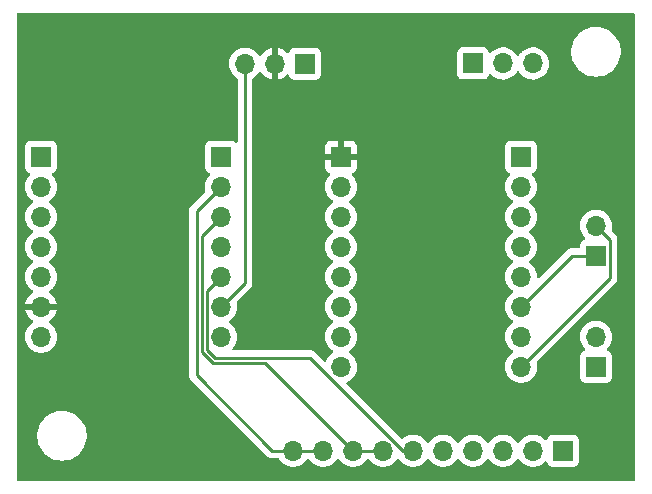
<source format=gbr>
%TF.GenerationSoftware,KiCad,Pcbnew,(6.0.5)*%
%TF.CreationDate,2022-06-15T23:12:15-05:00*%
%TF.ProjectId,hauptic_pcb,68617570-7469-4635-9f70-63622e6b6963,rev?*%
%TF.SameCoordinates,Original*%
%TF.FileFunction,Copper,L2,Bot*%
%TF.FilePolarity,Positive*%
%FSLAX46Y46*%
G04 Gerber Fmt 4.6, Leading zero omitted, Abs format (unit mm)*
G04 Created by KiCad (PCBNEW (6.0.5)) date 2022-06-15 23:12:15*
%MOMM*%
%LPD*%
G01*
G04 APERTURE LIST*
%TA.AperFunction,ComponentPad*%
%ADD10O,1.700000X1.700000*%
%TD*%
%TA.AperFunction,ComponentPad*%
%ADD11R,1.700000X1.700000*%
%TD*%
%TA.AperFunction,Conductor*%
%ADD12C,0.250000*%
%TD*%
G04 APERTURE END LIST*
D10*
%TO.P,Regulator,3,Pin_3*%
%TO.N,Net-(Main_power1-Pad2)*%
X168656000Y-70841000D03*
%TO.P,Regulator,2,Pin_2*%
%TO.N,Net-(Communication1-Pad1)*%
X166116000Y-70841000D03*
D11*
%TO.P,Regulator,1,Pin_1*%
%TO.N,Net-(Communication1-Pad4)*%
X163576000Y-70841000D03*
%TD*%
%TO.P,Motor_driver,1,Pin_1*%
%TO.N,unconnected-(Motor_driver2-Pad1)*%
X167640000Y-78740000D03*
D10*
%TO.P,Motor_driver,2,Pin_2*%
%TO.N,unconnected-(Motor_driver2-Pad2)*%
X167640000Y-81280000D03*
%TO.P,Motor_driver,3,Pin_3*%
%TO.N,unconnected-(Motor_driver2-Pad3)*%
X167640000Y-83820000D03*
%TO.P,Motor_driver,4,Pin_4*%
%TO.N,Net-(Motor_driver2-Pad4)*%
X167640000Y-86360000D03*
%TO.P,Motor_driver,5,Pin_5*%
%TO.N,Net-(Motor_driver2-Pad5)*%
X167640000Y-88900000D03*
%TO.P,Motor_driver,6,Pin_6*%
%TO.N,Net-(Communication1-Pad1)*%
X167640000Y-91440000D03*
%TO.P,Motor_driver,7,Pin_7*%
%TO.N,Net-(Communication1-Pad4)*%
X167640000Y-93980000D03*
%TO.P,Motor_driver,8,Pin_8*%
%TO.N,Net-(Main_power1-Pad2)*%
X167640000Y-96520000D03*
%TD*%
D11*
%TO.P,Motor_driver,1,Pin_1*%
%TO.N,Net-(Sensor1-Pad2)*%
X152400000Y-78740000D03*
D10*
%TO.P,Motor_driver,2,Pin_2*%
%TO.N,unconnected-(Motor_driver1-Pad2)*%
X152400000Y-81280000D03*
%TO.P,Motor_driver,3,Pin_3*%
%TO.N,unconnected-(Motor_driver1-Pad3)*%
X152400000Y-83820000D03*
%TO.P,Motor_driver,4,Pin_4*%
%TO.N,unconnected-(Motor_driver1-Pad4)*%
X152400000Y-86360000D03*
%TO.P,Motor_driver,5,Pin_5*%
%TO.N,Net-(Logic_board1-Pad1)*%
X152400000Y-88900000D03*
%TO.P,Motor_driver,6,Pin_6*%
%TO.N,Net-(Logic_board1-Pad2)*%
X152400000Y-91440000D03*
%TO.P,Motor_driver,7,Pin_7*%
%TO.N,Net-(Logic_board1-Pad3)*%
X152400000Y-93980000D03*
%TO.P,Motor_driver,8,Pin_8*%
%TO.N,Net-(Logic_board2-Pad7)*%
X152400000Y-96520000D03*
%TD*%
D11*
%TO.P,Logic_board,1,Pin_1*%
%TO.N,unconnected-(Logic_board2-Pad1)*%
X142240000Y-78740000D03*
D10*
%TO.P,Logic_board,2,Pin_2*%
%TO.N,Net-(Communication1-Pad10)*%
X142240000Y-81280000D03*
%TO.P,Logic_board,3,Pin_3*%
%TO.N,Net-(Communication1-Pad7)*%
X142240000Y-83820000D03*
%TO.P,Logic_board,4,Pin_4*%
%TO.N,unconnected-(Logic_board2-Pad4)*%
X142240000Y-86360000D03*
%TO.P,Logic_board,5,Pin_5*%
%TO.N,Net-(Communication1-Pad6)*%
X142240000Y-88900000D03*
%TO.P,Logic_board,6,Pin_6*%
%TO.N,Net-(Sensor1-Pad3)*%
X142240000Y-91440000D03*
%TO.P,Logic_board,7,Pin_7*%
%TO.N,Net-(Logic_board2-Pad7)*%
X142240000Y-93980000D03*
%TD*%
%TO.P,Power,2,Pin_2*%
%TO.N,Net-(Main_power1-Pad2)*%
X173990000Y-84587000D03*
D11*
%TO.P,Power,1,Pin_1*%
%TO.N,Net-(Communication1-Pad1)*%
X173990000Y-87127000D03*
%TD*%
%TO.P,Sensor,1,Pin_1*%
%TO.N,Net-(Communication1-Pad4)*%
X149352000Y-70866000D03*
D10*
%TO.P,Sensor,2,Pin_2*%
%TO.N,Net-(Sensor1-Pad2)*%
X146812000Y-70866000D03*
%TO.P,Sensor,3,Pin_3*%
%TO.N,Net-(Sensor1-Pad3)*%
X144272000Y-70866000D03*
%TD*%
D11*
%TO.P,Communication,1,Pin_1*%
%TO.N,Net-(Communication1-Pad1)*%
X171196000Y-103632000D03*
D10*
%TO.P,Communication,2,Pin_2*%
X168656000Y-103632000D03*
%TO.P,Communication,3,Pin_3*%
X166116000Y-103632000D03*
%TO.P,Communication,4,Pin_4*%
%TO.N,Net-(Communication1-Pad4)*%
X163576000Y-103632000D03*
%TO.P,Communication,5,Pin_5*%
X161036000Y-103632000D03*
%TO.P,Communication,6,Pin_6*%
%TO.N,Net-(Communication1-Pad6)*%
X158496000Y-103632000D03*
%TO.P,Communication,7,Pin_7*%
%TO.N,Net-(Communication1-Pad7)*%
X155956000Y-103632000D03*
%TO.P,Communication,8,Pin_8*%
X153416000Y-103632000D03*
%TO.P,Communication,9,Pin_9*%
%TO.N,Net-(Communication1-Pad10)*%
X150876000Y-103632000D03*
%TO.P,Communication,10,Pin_10*%
X148336000Y-103632000D03*
%TD*%
D11*
%TO.P,Motor,1,Pin_1*%
%TO.N,Net-(Motor_driver2-Pad5)*%
X173990000Y-96525000D03*
D10*
%TO.P,Motor,2,Pin_2*%
%TO.N,Net-(Motor_driver2-Pad4)*%
X173990000Y-93985000D03*
%TD*%
D11*
%TO.P,Logic_board,1,Pin_1*%
%TO.N,Net-(Logic_board1-Pad1)*%
X127000000Y-78740000D03*
D10*
%TO.P,Logic_board,2,Pin_2*%
%TO.N,Net-(Logic_board1-Pad2)*%
X127000000Y-81280000D03*
%TO.P,Logic_board,3,Pin_3*%
%TO.N,Net-(Logic_board1-Pad3)*%
X127000000Y-83820000D03*
%TO.P,Logic_board,4,Pin_4*%
%TO.N,unconnected-(Logic_board1-Pad4)*%
X127000000Y-86360000D03*
%TO.P,Logic_board,5,Pin_5*%
%TO.N,unconnected-(Logic_board1-Pad5)*%
X127000000Y-88900000D03*
%TO.P,Logic_board,6,Pin_6*%
%TO.N,Net-(Sensor1-Pad2)*%
X127000000Y-91440000D03*
%TO.P,Logic_board,7,Pin_7*%
%TO.N,Net-(Communication1-Pad4)*%
X127000000Y-93980000D03*
%TD*%
D12*
%TO.N,Net-(Main_power1-Pad2)*%
X175164511Y-85761511D02*
X175164511Y-88995489D01*
X175164511Y-88995489D02*
X167640000Y-96520000D01*
X173990000Y-84587000D02*
X175164511Y-85761511D01*
%TO.N,Net-(Communication1-Pad1)*%
X171953000Y-87127000D02*
X167640000Y-91440000D01*
X173990000Y-87127000D02*
X171953000Y-87127000D01*
%TO.N,Net-(Communication1-Pad6)*%
X149743010Y-95758000D02*
X157617010Y-103632000D01*
X141732000Y-95758000D02*
X149743010Y-95758000D01*
X157617010Y-103632000D02*
X158496000Y-103632000D01*
X141065489Y-95091489D02*
X141732000Y-95758000D01*
X141065489Y-90074511D02*
X141065489Y-95091489D01*
X142240000Y-88900000D02*
X141065489Y-90074511D01*
%TO.N,Net-(Communication1-Pad7)*%
X145991511Y-96207511D02*
X153416000Y-103632000D01*
X140615978Y-95277682D02*
X141545806Y-96207510D01*
X141545806Y-96207510D02*
X145991511Y-96207511D01*
X140615978Y-85444022D02*
X140615978Y-95277682D01*
X142240000Y-83820000D02*
X140615978Y-85444022D01*
X153416000Y-103632000D02*
X155956000Y-103632000D01*
%TO.N,Net-(Communication1-Pad10)*%
X140166468Y-97240468D02*
X146558000Y-103632000D01*
X140166468Y-83353532D02*
X140166468Y-97240468D01*
X146558000Y-103632000D02*
X148336000Y-103632000D01*
X142240000Y-81280000D02*
X140166468Y-83353532D01*
X148336000Y-103632000D02*
X150876000Y-103632000D01*
%TO.N,Net-(Sensor1-Pad3)*%
X144272000Y-70866000D02*
X144272000Y-89408000D01*
X144272000Y-89408000D02*
X142240000Y-91440000D01*
%TD*%
%TA.AperFunction,Conductor*%
%TO.N,Net-(Sensor1-Pad2)*%
G36*
X177233621Y-66568502D02*
G01*
X177280114Y-66622158D01*
X177291500Y-66674500D01*
X177291500Y-106045500D01*
X177271498Y-106113621D01*
X177217842Y-106160114D01*
X177165500Y-106171500D01*
X125094500Y-106171500D01*
X125026379Y-106151498D01*
X124979886Y-106097842D01*
X124968500Y-106045500D01*
X124968500Y-102494703D01*
X126668743Y-102494703D01*
X126706268Y-102779734D01*
X126782129Y-103057036D01*
X126894923Y-103321476D01*
X127042561Y-103568161D01*
X127222313Y-103792528D01*
X127430851Y-103990423D01*
X127664317Y-104158186D01*
X127668112Y-104160195D01*
X127668113Y-104160196D01*
X127689869Y-104171715D01*
X127918392Y-104292712D01*
X128188373Y-104391511D01*
X128469264Y-104452755D01*
X128497841Y-104455004D01*
X128692282Y-104470307D01*
X128692291Y-104470307D01*
X128694739Y-104470500D01*
X128850271Y-104470500D01*
X128852407Y-104470354D01*
X128852418Y-104470354D01*
X129060548Y-104456165D01*
X129060554Y-104456164D01*
X129064825Y-104455873D01*
X129069020Y-104455004D01*
X129069022Y-104455004D01*
X129205584Y-104426723D01*
X129346342Y-104397574D01*
X129617343Y-104301607D01*
X129872812Y-104169750D01*
X129876313Y-104167289D01*
X129876317Y-104167287D01*
X130058825Y-104039018D01*
X130108023Y-104004441D01*
X130318622Y-103808740D01*
X130500713Y-103586268D01*
X130650927Y-103341142D01*
X130766483Y-103077898D01*
X130845244Y-102801406D01*
X130885751Y-102516784D01*
X130885845Y-102498951D01*
X130887235Y-102233583D01*
X130887235Y-102233576D01*
X130887257Y-102229297D01*
X130849732Y-101944266D01*
X130773871Y-101666964D01*
X130661077Y-101402524D01*
X130513439Y-101155839D01*
X130333687Y-100931472D01*
X130125149Y-100733577D01*
X129891683Y-100565814D01*
X129869843Y-100554250D01*
X129846654Y-100541972D01*
X129637608Y-100431288D01*
X129367627Y-100332489D01*
X129086736Y-100271245D01*
X129055685Y-100268801D01*
X128863718Y-100253693D01*
X128863709Y-100253693D01*
X128861261Y-100253500D01*
X128705729Y-100253500D01*
X128703593Y-100253646D01*
X128703582Y-100253646D01*
X128495452Y-100267835D01*
X128495446Y-100267836D01*
X128491175Y-100268127D01*
X128486980Y-100268996D01*
X128486978Y-100268996D01*
X128350416Y-100297277D01*
X128209658Y-100326426D01*
X127938657Y-100422393D01*
X127683188Y-100554250D01*
X127679687Y-100556711D01*
X127679683Y-100556713D01*
X127669594Y-100563804D01*
X127447977Y-100719559D01*
X127237378Y-100915260D01*
X127055287Y-101137732D01*
X126905073Y-101382858D01*
X126789517Y-101646102D01*
X126710756Y-101922594D01*
X126670249Y-102207216D01*
X126670227Y-102211505D01*
X126670226Y-102211512D01*
X126668765Y-102490417D01*
X126668743Y-102494703D01*
X124968500Y-102494703D01*
X124968500Y-93946695D01*
X125637251Y-93946695D01*
X125637548Y-93951848D01*
X125637548Y-93951851D01*
X125643011Y-94046590D01*
X125650110Y-94169715D01*
X125651247Y-94174761D01*
X125651248Y-94174767D01*
X125652375Y-94179767D01*
X125699222Y-94387639D01*
X125783266Y-94594616D01*
X125899987Y-94785088D01*
X126046250Y-94953938D01*
X126218126Y-95096632D01*
X126411000Y-95209338D01*
X126415825Y-95211180D01*
X126415826Y-95211181D01*
X126469434Y-95231652D01*
X126619692Y-95289030D01*
X126624760Y-95290061D01*
X126624763Y-95290062D01*
X126695026Y-95304357D01*
X126838597Y-95333567D01*
X126843772Y-95333757D01*
X126843774Y-95333757D01*
X127056673Y-95341564D01*
X127056677Y-95341564D01*
X127061837Y-95341753D01*
X127066957Y-95341097D01*
X127066959Y-95341097D01*
X127278288Y-95314025D01*
X127278289Y-95314025D01*
X127283416Y-95313368D01*
X127290096Y-95311364D01*
X127492429Y-95250661D01*
X127492434Y-95250659D01*
X127497384Y-95249174D01*
X127697994Y-95150896D01*
X127879860Y-95021173D01*
X127935039Y-94966187D01*
X128034435Y-94867137D01*
X128038096Y-94863489D01*
X128097594Y-94780689D01*
X128165435Y-94686277D01*
X128168453Y-94682077D01*
X128211574Y-94594829D01*
X128265136Y-94486453D01*
X128265137Y-94486451D01*
X128267430Y-94481811D01*
X128332370Y-94268069D01*
X128361529Y-94046590D01*
X128363156Y-93980000D01*
X128344852Y-93757361D01*
X128290431Y-93540702D01*
X128201354Y-93335840D01*
X128161906Y-93274862D01*
X128082822Y-93152617D01*
X128082820Y-93152614D01*
X128080014Y-93148277D01*
X127929670Y-92983051D01*
X127925619Y-92979852D01*
X127925615Y-92979848D01*
X127758414Y-92847800D01*
X127758410Y-92847798D01*
X127754359Y-92844598D01*
X127712569Y-92821529D01*
X127662598Y-92771097D01*
X127647826Y-92701654D01*
X127672942Y-92635248D01*
X127700294Y-92608641D01*
X127875328Y-92483792D01*
X127883200Y-92477139D01*
X128034052Y-92326812D01*
X128040730Y-92318965D01*
X128165003Y-92146020D01*
X128170313Y-92137183D01*
X128264670Y-91946267D01*
X128268469Y-91936672D01*
X128330377Y-91732910D01*
X128332555Y-91722837D01*
X128333986Y-91711962D01*
X128331775Y-91697778D01*
X128318617Y-91694000D01*
X125683225Y-91694000D01*
X125669694Y-91697973D01*
X125668257Y-91707966D01*
X125698565Y-91842446D01*
X125701645Y-91852275D01*
X125781770Y-92049603D01*
X125786413Y-92058794D01*
X125897694Y-92240388D01*
X125903777Y-92248699D01*
X126043213Y-92409667D01*
X126050580Y-92416883D01*
X126214434Y-92552916D01*
X126222881Y-92558831D01*
X126291969Y-92599203D01*
X126340693Y-92650842D01*
X126353764Y-92720625D01*
X126327033Y-92786396D01*
X126286584Y-92819752D01*
X126273607Y-92826507D01*
X126269474Y-92829610D01*
X126269471Y-92829612D01*
X126099100Y-92957530D01*
X126094965Y-92960635D01*
X125940629Y-93122138D01*
X125814743Y-93306680D01*
X125720688Y-93509305D01*
X125660989Y-93724570D01*
X125637251Y-93946695D01*
X124968500Y-93946695D01*
X124968500Y-88866695D01*
X125637251Y-88866695D01*
X125637548Y-88871848D01*
X125637548Y-88871851D01*
X125646285Y-89023375D01*
X125650110Y-89089715D01*
X125651247Y-89094761D01*
X125651248Y-89094767D01*
X125673392Y-89193023D01*
X125699222Y-89307639D01*
X125756243Y-89448065D01*
X125775590Y-89495711D01*
X125783266Y-89514616D01*
X125899987Y-89705088D01*
X126046250Y-89873938D01*
X126218126Y-90016632D01*
X126291445Y-90059476D01*
X126291955Y-90059774D01*
X126340679Y-90111412D01*
X126353750Y-90181195D01*
X126327019Y-90246967D01*
X126286562Y-90280327D01*
X126278457Y-90284546D01*
X126269738Y-90290036D01*
X126099433Y-90417905D01*
X126091726Y-90424748D01*
X125944590Y-90578717D01*
X125938104Y-90586727D01*
X125818098Y-90762649D01*
X125813000Y-90771623D01*
X125723338Y-90964783D01*
X125719775Y-90974470D01*
X125664389Y-91174183D01*
X125665912Y-91182607D01*
X125678292Y-91186000D01*
X128318344Y-91186000D01*
X128331875Y-91182027D01*
X128333180Y-91172947D01*
X128291214Y-91005875D01*
X128287894Y-90996124D01*
X128202972Y-90800814D01*
X128198105Y-90791739D01*
X128082426Y-90612926D01*
X128076136Y-90604757D01*
X127932806Y-90447240D01*
X127925273Y-90440215D01*
X127758139Y-90308222D01*
X127749556Y-90302520D01*
X127712602Y-90282120D01*
X127662631Y-90231687D01*
X127647859Y-90162245D01*
X127672975Y-90095839D01*
X127700327Y-90069232D01*
X127723797Y-90052491D01*
X127879860Y-89941173D01*
X127909485Y-89911652D01*
X127996860Y-89824581D01*
X128038096Y-89783489D01*
X128097594Y-89700689D01*
X128165435Y-89606277D01*
X128168453Y-89602077D01*
X128180199Y-89578312D01*
X128265136Y-89406453D01*
X128265137Y-89406451D01*
X128267430Y-89401811D01*
X128332370Y-89188069D01*
X128361529Y-88966590D01*
X128363156Y-88900000D01*
X128344852Y-88677361D01*
X128290431Y-88460702D01*
X128201354Y-88255840D01*
X128080014Y-88068277D01*
X127929670Y-87903051D01*
X127925619Y-87899852D01*
X127925615Y-87899848D01*
X127758414Y-87767800D01*
X127758410Y-87767798D01*
X127754359Y-87764598D01*
X127713053Y-87741796D01*
X127663084Y-87691364D01*
X127648312Y-87621921D01*
X127673428Y-87555516D01*
X127700780Y-87528909D01*
X127744603Y-87497650D01*
X127879860Y-87401173D01*
X128038096Y-87243489D01*
X128097594Y-87160689D01*
X128165435Y-87066277D01*
X128168453Y-87062077D01*
X128267430Y-86861811D01*
X128332370Y-86648069D01*
X128361529Y-86426590D01*
X128363156Y-86360000D01*
X128344852Y-86137361D01*
X128290431Y-85920702D01*
X128201354Y-85715840D01*
X128133258Y-85610579D01*
X128082822Y-85532617D01*
X128082820Y-85532614D01*
X128080014Y-85528277D01*
X127929670Y-85363051D01*
X127925619Y-85359852D01*
X127925615Y-85359848D01*
X127758414Y-85227800D01*
X127758410Y-85227798D01*
X127754359Y-85224598D01*
X127713053Y-85201796D01*
X127663084Y-85151364D01*
X127648312Y-85081921D01*
X127673428Y-85015516D01*
X127700780Y-84988909D01*
X127744603Y-84957650D01*
X127879860Y-84861173D01*
X128038096Y-84703489D01*
X128097594Y-84620689D01*
X128165435Y-84526277D01*
X128168453Y-84522077D01*
X128267430Y-84321811D01*
X128332370Y-84108069D01*
X128361529Y-83886590D01*
X128363156Y-83820000D01*
X128344852Y-83597361D01*
X128290431Y-83380702D01*
X128269896Y-83333475D01*
X139528248Y-83333475D01*
X139532264Y-83375954D01*
X139532409Y-83377493D01*
X139532968Y-83389351D01*
X139532968Y-97161701D01*
X139532441Y-97172884D01*
X139530766Y-97180377D01*
X139531015Y-97188303D01*
X139531015Y-97188304D01*
X139532906Y-97248454D01*
X139532968Y-97252413D01*
X139532968Y-97280324D01*
X139533465Y-97284258D01*
X139533465Y-97284259D01*
X139533473Y-97284324D01*
X139534406Y-97296161D01*
X139535795Y-97340357D01*
X139541446Y-97359807D01*
X139545455Y-97379168D01*
X139547994Y-97399265D01*
X139550913Y-97406636D01*
X139550913Y-97406638D01*
X139564272Y-97440380D01*
X139568117Y-97451610D01*
X139580450Y-97494061D01*
X139584483Y-97500880D01*
X139584485Y-97500885D01*
X139590761Y-97511496D01*
X139599456Y-97529244D01*
X139606916Y-97548085D01*
X139611578Y-97554501D01*
X139611578Y-97554502D01*
X139632904Y-97583855D01*
X139639420Y-97593775D01*
X139661926Y-97631830D01*
X139676247Y-97646151D01*
X139689087Y-97661184D01*
X139700996Y-97677575D01*
X139719851Y-97693173D01*
X139735073Y-97705766D01*
X139743852Y-97713756D01*
X146054343Y-104024247D01*
X146061887Y-104032537D01*
X146066000Y-104039018D01*
X146071777Y-104044443D01*
X146115667Y-104085658D01*
X146118509Y-104088413D01*
X146138230Y-104108134D01*
X146141425Y-104110612D01*
X146150447Y-104118318D01*
X146182679Y-104148586D01*
X146189628Y-104152406D01*
X146200432Y-104158346D01*
X146216956Y-104169199D01*
X146232959Y-104181613D01*
X146273543Y-104199176D01*
X146284173Y-104204383D01*
X146322940Y-104225695D01*
X146330617Y-104227666D01*
X146330622Y-104227668D01*
X146342558Y-104230732D01*
X146361266Y-104237137D01*
X146379855Y-104245181D01*
X146387683Y-104246421D01*
X146387690Y-104246423D01*
X146423524Y-104252099D01*
X146435144Y-104254505D01*
X146470289Y-104263528D01*
X146477970Y-104265500D01*
X146498224Y-104265500D01*
X146517934Y-104267051D01*
X146537943Y-104270220D01*
X146545835Y-104269474D01*
X146581961Y-104266059D01*
X146593819Y-104265500D01*
X147060274Y-104265500D01*
X147128395Y-104285502D01*
X147167707Y-104325665D01*
X147235987Y-104437088D01*
X147382250Y-104605938D01*
X147554126Y-104748632D01*
X147747000Y-104861338D01*
X147955692Y-104941030D01*
X147960760Y-104942061D01*
X147960763Y-104942062D01*
X148068017Y-104963883D01*
X148174597Y-104985567D01*
X148179772Y-104985757D01*
X148179774Y-104985757D01*
X148392673Y-104993564D01*
X148392677Y-104993564D01*
X148397837Y-104993753D01*
X148402957Y-104993097D01*
X148402959Y-104993097D01*
X148614288Y-104966025D01*
X148614289Y-104966025D01*
X148619416Y-104965368D01*
X148624366Y-104963883D01*
X148828429Y-104902661D01*
X148828434Y-104902659D01*
X148833384Y-104901174D01*
X149033994Y-104802896D01*
X149215860Y-104673173D01*
X149374096Y-104515489D01*
X149406563Y-104470307D01*
X149504453Y-104334077D01*
X149505774Y-104335026D01*
X149552663Y-104291849D01*
X149622600Y-104279628D01*
X149688042Y-104307158D01*
X149715874Y-104338995D01*
X149773285Y-104432680D01*
X149773290Y-104432687D01*
X149775987Y-104437088D01*
X149922250Y-104605938D01*
X150094126Y-104748632D01*
X150287000Y-104861338D01*
X150495692Y-104941030D01*
X150500760Y-104942061D01*
X150500763Y-104942062D01*
X150608017Y-104963883D01*
X150714597Y-104985567D01*
X150719772Y-104985757D01*
X150719774Y-104985757D01*
X150932673Y-104993564D01*
X150932677Y-104993564D01*
X150937837Y-104993753D01*
X150942957Y-104993097D01*
X150942959Y-104993097D01*
X151154288Y-104966025D01*
X151154289Y-104966025D01*
X151159416Y-104965368D01*
X151164366Y-104963883D01*
X151368429Y-104902661D01*
X151368434Y-104902659D01*
X151373384Y-104901174D01*
X151573994Y-104802896D01*
X151755860Y-104673173D01*
X151914096Y-104515489D01*
X151946563Y-104470307D01*
X152044453Y-104334077D01*
X152045776Y-104335028D01*
X152092645Y-104291857D01*
X152162580Y-104279625D01*
X152228026Y-104307144D01*
X152255875Y-104338994D01*
X152315987Y-104437088D01*
X152462250Y-104605938D01*
X152634126Y-104748632D01*
X152827000Y-104861338D01*
X153035692Y-104941030D01*
X153040760Y-104942061D01*
X153040763Y-104942062D01*
X153148017Y-104963883D01*
X153254597Y-104985567D01*
X153259772Y-104985757D01*
X153259774Y-104985757D01*
X153472673Y-104993564D01*
X153472677Y-104993564D01*
X153477837Y-104993753D01*
X153482957Y-104993097D01*
X153482959Y-104993097D01*
X153694288Y-104966025D01*
X153694289Y-104966025D01*
X153699416Y-104965368D01*
X153704366Y-104963883D01*
X153908429Y-104902661D01*
X153908434Y-104902659D01*
X153913384Y-104901174D01*
X154113994Y-104802896D01*
X154295860Y-104673173D01*
X154454096Y-104515489D01*
X154486563Y-104470307D01*
X154584453Y-104334077D01*
X154585774Y-104335026D01*
X154632663Y-104291849D01*
X154702600Y-104279628D01*
X154768042Y-104307158D01*
X154795874Y-104338995D01*
X154853285Y-104432680D01*
X154853290Y-104432687D01*
X154855987Y-104437088D01*
X155002250Y-104605938D01*
X155174126Y-104748632D01*
X155367000Y-104861338D01*
X155575692Y-104941030D01*
X155580760Y-104942061D01*
X155580763Y-104942062D01*
X155688017Y-104963883D01*
X155794597Y-104985567D01*
X155799772Y-104985757D01*
X155799774Y-104985757D01*
X156012673Y-104993564D01*
X156012677Y-104993564D01*
X156017837Y-104993753D01*
X156022957Y-104993097D01*
X156022959Y-104993097D01*
X156234288Y-104966025D01*
X156234289Y-104966025D01*
X156239416Y-104965368D01*
X156244366Y-104963883D01*
X156448429Y-104902661D01*
X156448434Y-104902659D01*
X156453384Y-104901174D01*
X156653994Y-104802896D01*
X156835860Y-104673173D01*
X156994096Y-104515489D01*
X157026563Y-104470307D01*
X157124453Y-104334077D01*
X157125776Y-104335028D01*
X157172645Y-104291857D01*
X157242580Y-104279625D01*
X157308026Y-104307144D01*
X157335875Y-104338994D01*
X157395987Y-104437088D01*
X157542250Y-104605938D01*
X157714126Y-104748632D01*
X157907000Y-104861338D01*
X158115692Y-104941030D01*
X158120760Y-104942061D01*
X158120763Y-104942062D01*
X158228017Y-104963883D01*
X158334597Y-104985567D01*
X158339772Y-104985757D01*
X158339774Y-104985757D01*
X158552673Y-104993564D01*
X158552677Y-104993564D01*
X158557837Y-104993753D01*
X158562957Y-104993097D01*
X158562959Y-104993097D01*
X158774288Y-104966025D01*
X158774289Y-104966025D01*
X158779416Y-104965368D01*
X158784366Y-104963883D01*
X158988429Y-104902661D01*
X158988434Y-104902659D01*
X158993384Y-104901174D01*
X159193994Y-104802896D01*
X159375860Y-104673173D01*
X159534096Y-104515489D01*
X159566563Y-104470307D01*
X159664453Y-104334077D01*
X159665776Y-104335028D01*
X159712645Y-104291857D01*
X159782580Y-104279625D01*
X159848026Y-104307144D01*
X159875875Y-104338994D01*
X159935987Y-104437088D01*
X160082250Y-104605938D01*
X160254126Y-104748632D01*
X160447000Y-104861338D01*
X160655692Y-104941030D01*
X160660760Y-104942061D01*
X160660763Y-104942062D01*
X160768017Y-104963883D01*
X160874597Y-104985567D01*
X160879772Y-104985757D01*
X160879774Y-104985757D01*
X161092673Y-104993564D01*
X161092677Y-104993564D01*
X161097837Y-104993753D01*
X161102957Y-104993097D01*
X161102959Y-104993097D01*
X161314288Y-104966025D01*
X161314289Y-104966025D01*
X161319416Y-104965368D01*
X161324366Y-104963883D01*
X161528429Y-104902661D01*
X161528434Y-104902659D01*
X161533384Y-104901174D01*
X161733994Y-104802896D01*
X161915860Y-104673173D01*
X162074096Y-104515489D01*
X162106563Y-104470307D01*
X162204453Y-104334077D01*
X162205776Y-104335028D01*
X162252645Y-104291857D01*
X162322580Y-104279625D01*
X162388026Y-104307144D01*
X162415875Y-104338994D01*
X162475987Y-104437088D01*
X162622250Y-104605938D01*
X162794126Y-104748632D01*
X162987000Y-104861338D01*
X163195692Y-104941030D01*
X163200760Y-104942061D01*
X163200763Y-104942062D01*
X163308017Y-104963883D01*
X163414597Y-104985567D01*
X163419772Y-104985757D01*
X163419774Y-104985757D01*
X163632673Y-104993564D01*
X163632677Y-104993564D01*
X163637837Y-104993753D01*
X163642957Y-104993097D01*
X163642959Y-104993097D01*
X163854288Y-104966025D01*
X163854289Y-104966025D01*
X163859416Y-104965368D01*
X163864366Y-104963883D01*
X164068429Y-104902661D01*
X164068434Y-104902659D01*
X164073384Y-104901174D01*
X164273994Y-104802896D01*
X164455860Y-104673173D01*
X164614096Y-104515489D01*
X164646563Y-104470307D01*
X164744453Y-104334077D01*
X164745776Y-104335028D01*
X164792645Y-104291857D01*
X164862580Y-104279625D01*
X164928026Y-104307144D01*
X164955875Y-104338994D01*
X165015987Y-104437088D01*
X165162250Y-104605938D01*
X165334126Y-104748632D01*
X165527000Y-104861338D01*
X165735692Y-104941030D01*
X165740760Y-104942061D01*
X165740763Y-104942062D01*
X165848017Y-104963883D01*
X165954597Y-104985567D01*
X165959772Y-104985757D01*
X165959774Y-104985757D01*
X166172673Y-104993564D01*
X166172677Y-104993564D01*
X166177837Y-104993753D01*
X166182957Y-104993097D01*
X166182959Y-104993097D01*
X166394288Y-104966025D01*
X166394289Y-104966025D01*
X166399416Y-104965368D01*
X166404366Y-104963883D01*
X166608429Y-104902661D01*
X166608434Y-104902659D01*
X166613384Y-104901174D01*
X166813994Y-104802896D01*
X166995860Y-104673173D01*
X167154096Y-104515489D01*
X167186563Y-104470307D01*
X167284453Y-104334077D01*
X167285776Y-104335028D01*
X167332645Y-104291857D01*
X167402580Y-104279625D01*
X167468026Y-104307144D01*
X167495875Y-104338994D01*
X167555987Y-104437088D01*
X167702250Y-104605938D01*
X167874126Y-104748632D01*
X168067000Y-104861338D01*
X168275692Y-104941030D01*
X168280760Y-104942061D01*
X168280763Y-104942062D01*
X168388017Y-104963883D01*
X168494597Y-104985567D01*
X168499772Y-104985757D01*
X168499774Y-104985757D01*
X168712673Y-104993564D01*
X168712677Y-104993564D01*
X168717837Y-104993753D01*
X168722957Y-104993097D01*
X168722959Y-104993097D01*
X168934288Y-104966025D01*
X168934289Y-104966025D01*
X168939416Y-104965368D01*
X168944366Y-104963883D01*
X169148429Y-104902661D01*
X169148434Y-104902659D01*
X169153384Y-104901174D01*
X169353994Y-104802896D01*
X169535860Y-104673173D01*
X169644091Y-104565319D01*
X169706462Y-104531404D01*
X169777268Y-104536592D01*
X169834030Y-104579238D01*
X169851012Y-104610341D01*
X169895385Y-104728705D01*
X169982739Y-104845261D01*
X170099295Y-104932615D01*
X170235684Y-104983745D01*
X170297866Y-104990500D01*
X172094134Y-104990500D01*
X172156316Y-104983745D01*
X172292705Y-104932615D01*
X172409261Y-104845261D01*
X172496615Y-104728705D01*
X172547745Y-104592316D01*
X172554500Y-104530134D01*
X172554500Y-102733866D01*
X172547745Y-102671684D01*
X172496615Y-102535295D01*
X172409261Y-102418739D01*
X172292705Y-102331385D01*
X172156316Y-102280255D01*
X172094134Y-102273500D01*
X170297866Y-102273500D01*
X170235684Y-102280255D01*
X170099295Y-102331385D01*
X169982739Y-102418739D01*
X169895385Y-102535295D01*
X169892233Y-102543703D01*
X169850919Y-102653907D01*
X169808277Y-102710671D01*
X169741716Y-102735371D01*
X169672367Y-102720163D01*
X169639743Y-102694476D01*
X169589151Y-102638875D01*
X169589142Y-102638866D01*
X169585670Y-102635051D01*
X169581619Y-102631852D01*
X169581615Y-102631848D01*
X169414414Y-102499800D01*
X169414410Y-102499798D01*
X169410359Y-102496598D01*
X169214789Y-102388638D01*
X169209920Y-102386914D01*
X169209916Y-102386912D01*
X169009087Y-102315795D01*
X169009083Y-102315794D01*
X169004212Y-102314069D01*
X168999119Y-102313162D01*
X168999116Y-102313161D01*
X168789373Y-102275800D01*
X168789367Y-102275799D01*
X168784284Y-102274894D01*
X168710452Y-102273992D01*
X168566081Y-102272228D01*
X168566079Y-102272228D01*
X168560911Y-102272165D01*
X168340091Y-102305955D01*
X168127756Y-102375357D01*
X167929607Y-102478507D01*
X167925474Y-102481610D01*
X167925471Y-102481612D01*
X167769555Y-102598677D01*
X167750965Y-102612635D01*
X167711525Y-102653907D01*
X167657280Y-102710671D01*
X167596629Y-102774138D01*
X167489201Y-102931621D01*
X167434293Y-102976621D01*
X167363768Y-102984792D01*
X167300021Y-102953538D01*
X167279324Y-102929054D01*
X167198822Y-102804617D01*
X167198820Y-102804614D01*
X167196014Y-102800277D01*
X167045670Y-102635051D01*
X167041619Y-102631852D01*
X167041615Y-102631848D01*
X166874414Y-102499800D01*
X166874410Y-102499798D01*
X166870359Y-102496598D01*
X166674789Y-102388638D01*
X166669920Y-102386914D01*
X166669916Y-102386912D01*
X166469087Y-102315795D01*
X166469083Y-102315794D01*
X166464212Y-102314069D01*
X166459119Y-102313162D01*
X166459116Y-102313161D01*
X166249373Y-102275800D01*
X166249367Y-102275799D01*
X166244284Y-102274894D01*
X166170452Y-102273992D01*
X166026081Y-102272228D01*
X166026079Y-102272228D01*
X166020911Y-102272165D01*
X165800091Y-102305955D01*
X165587756Y-102375357D01*
X165389607Y-102478507D01*
X165385474Y-102481610D01*
X165385471Y-102481612D01*
X165229555Y-102598677D01*
X165210965Y-102612635D01*
X165171525Y-102653907D01*
X165117280Y-102710671D01*
X165056629Y-102774138D01*
X164949201Y-102931621D01*
X164894293Y-102976621D01*
X164823768Y-102984792D01*
X164760021Y-102953538D01*
X164739324Y-102929054D01*
X164658822Y-102804617D01*
X164658820Y-102804614D01*
X164656014Y-102800277D01*
X164505670Y-102635051D01*
X164501619Y-102631852D01*
X164501615Y-102631848D01*
X164334414Y-102499800D01*
X164334410Y-102499798D01*
X164330359Y-102496598D01*
X164134789Y-102388638D01*
X164129920Y-102386914D01*
X164129916Y-102386912D01*
X163929087Y-102315795D01*
X163929083Y-102315794D01*
X163924212Y-102314069D01*
X163919119Y-102313162D01*
X163919116Y-102313161D01*
X163709373Y-102275800D01*
X163709367Y-102275799D01*
X163704284Y-102274894D01*
X163630452Y-102273992D01*
X163486081Y-102272228D01*
X163486079Y-102272228D01*
X163480911Y-102272165D01*
X163260091Y-102305955D01*
X163047756Y-102375357D01*
X162849607Y-102478507D01*
X162845474Y-102481610D01*
X162845471Y-102481612D01*
X162689555Y-102598677D01*
X162670965Y-102612635D01*
X162631525Y-102653907D01*
X162577280Y-102710671D01*
X162516629Y-102774138D01*
X162409201Y-102931621D01*
X162354293Y-102976621D01*
X162283768Y-102984792D01*
X162220021Y-102953538D01*
X162199324Y-102929054D01*
X162118822Y-102804617D01*
X162118820Y-102804614D01*
X162116014Y-102800277D01*
X161965670Y-102635051D01*
X161961619Y-102631852D01*
X161961615Y-102631848D01*
X161794414Y-102499800D01*
X161794410Y-102499798D01*
X161790359Y-102496598D01*
X161594789Y-102388638D01*
X161589920Y-102386914D01*
X161589916Y-102386912D01*
X161389087Y-102315795D01*
X161389083Y-102315794D01*
X161384212Y-102314069D01*
X161379119Y-102313162D01*
X161379116Y-102313161D01*
X161169373Y-102275800D01*
X161169367Y-102275799D01*
X161164284Y-102274894D01*
X161090452Y-102273992D01*
X160946081Y-102272228D01*
X160946079Y-102272228D01*
X160940911Y-102272165D01*
X160720091Y-102305955D01*
X160507756Y-102375357D01*
X160309607Y-102478507D01*
X160305474Y-102481610D01*
X160305471Y-102481612D01*
X160149555Y-102598677D01*
X160130965Y-102612635D01*
X160091525Y-102653907D01*
X160037280Y-102710671D01*
X159976629Y-102774138D01*
X159869201Y-102931621D01*
X159814293Y-102976621D01*
X159743768Y-102984792D01*
X159680021Y-102953538D01*
X159659324Y-102929054D01*
X159578822Y-102804617D01*
X159578820Y-102804614D01*
X159576014Y-102800277D01*
X159425670Y-102635051D01*
X159421619Y-102631852D01*
X159421615Y-102631848D01*
X159254414Y-102499800D01*
X159254410Y-102499798D01*
X159250359Y-102496598D01*
X159054789Y-102388638D01*
X159049920Y-102386914D01*
X159049916Y-102386912D01*
X158849087Y-102315795D01*
X158849083Y-102315794D01*
X158844212Y-102314069D01*
X158839119Y-102313162D01*
X158839116Y-102313161D01*
X158629373Y-102275800D01*
X158629367Y-102275799D01*
X158624284Y-102274894D01*
X158550452Y-102273992D01*
X158406081Y-102272228D01*
X158406079Y-102272228D01*
X158400911Y-102272165D01*
X158180091Y-102305955D01*
X157967756Y-102375357D01*
X157769607Y-102478507D01*
X157765474Y-102481610D01*
X157765471Y-102481612D01*
X157622760Y-102588763D01*
X157556275Y-102613669D01*
X157486880Y-102598677D01*
X157458012Y-102577098D01*
X152869503Y-97988588D01*
X152835477Y-97926276D01*
X152840542Y-97855461D01*
X152883089Y-97798625D01*
X152903165Y-97786342D01*
X153059927Y-97709545D01*
X153097994Y-97690896D01*
X153279860Y-97561173D01*
X153286555Y-97554502D01*
X153363866Y-97477460D01*
X153438096Y-97403489D01*
X153497594Y-97320689D01*
X153565435Y-97226277D01*
X153568453Y-97222077D01*
X153589063Y-97180377D01*
X153665136Y-97026453D01*
X153665137Y-97026451D01*
X153667430Y-97021811D01*
X153721305Y-96844489D01*
X153730865Y-96813023D01*
X153730865Y-96813021D01*
X153732370Y-96808069D01*
X153761529Y-96586590D01*
X153762563Y-96544283D01*
X153763074Y-96523365D01*
X153763074Y-96523361D01*
X153763156Y-96520000D01*
X153760418Y-96486695D01*
X166277251Y-96486695D01*
X166277548Y-96491848D01*
X166277548Y-96491851D01*
X166283770Y-96599757D01*
X166290110Y-96709715D01*
X166291247Y-96714761D01*
X166291248Y-96714767D01*
X166305927Y-96779900D01*
X166339222Y-96927639D01*
X166423266Y-97134616D01*
X166451308Y-97180377D01*
X166512556Y-97280324D01*
X166539987Y-97325088D01*
X166686250Y-97493938D01*
X166858126Y-97636632D01*
X167051000Y-97749338D01*
X167259692Y-97829030D01*
X167264760Y-97830061D01*
X167264763Y-97830062D01*
X167372017Y-97851883D01*
X167478597Y-97873567D01*
X167483772Y-97873757D01*
X167483774Y-97873757D01*
X167696673Y-97881564D01*
X167696677Y-97881564D01*
X167701837Y-97881753D01*
X167706957Y-97881097D01*
X167706959Y-97881097D01*
X167918288Y-97854025D01*
X167918289Y-97854025D01*
X167923416Y-97853368D01*
X167962544Y-97841629D01*
X168132429Y-97790661D01*
X168132434Y-97790659D01*
X168137384Y-97789174D01*
X168337994Y-97690896D01*
X168519860Y-97561173D01*
X168526555Y-97554502D01*
X168603866Y-97477460D01*
X168678096Y-97403489D01*
X168737594Y-97320689D01*
X168805435Y-97226277D01*
X168808453Y-97222077D01*
X168829063Y-97180377D01*
X168905136Y-97026453D01*
X168905137Y-97026451D01*
X168907430Y-97021811D01*
X168961305Y-96844489D01*
X168970865Y-96813023D01*
X168970865Y-96813021D01*
X168972370Y-96808069D01*
X169001529Y-96586590D01*
X169002563Y-96544283D01*
X169003074Y-96523365D01*
X169003074Y-96523361D01*
X169003156Y-96520000D01*
X168984852Y-96297361D01*
X168956821Y-96185765D01*
X168959625Y-96114823D01*
X168989930Y-96065974D01*
X171104209Y-93951695D01*
X172627251Y-93951695D01*
X172627548Y-93956848D01*
X172627548Y-93956851D01*
X172639524Y-94164547D01*
X172640110Y-94174715D01*
X172641247Y-94179761D01*
X172641248Y-94179767D01*
X172662265Y-94273023D01*
X172689222Y-94392639D01*
X172773266Y-94599616D01*
X172889987Y-94790088D01*
X173036250Y-94958938D01*
X173040230Y-94962242D01*
X173044981Y-94966187D01*
X173084616Y-95025090D01*
X173086113Y-95096071D01*
X173048997Y-95156593D01*
X173008725Y-95181112D01*
X172940387Y-95206731D01*
X172893295Y-95224385D01*
X172776739Y-95311739D01*
X172689385Y-95428295D01*
X172638255Y-95564684D01*
X172631500Y-95626866D01*
X172631500Y-97423134D01*
X172638255Y-97485316D01*
X172689385Y-97621705D01*
X172776739Y-97738261D01*
X172893295Y-97825615D01*
X173029684Y-97876745D01*
X173091866Y-97883500D01*
X174888134Y-97883500D01*
X174950316Y-97876745D01*
X175086705Y-97825615D01*
X175203261Y-97738261D01*
X175290615Y-97621705D01*
X175341745Y-97485316D01*
X175348500Y-97423134D01*
X175348500Y-95626866D01*
X175341745Y-95564684D01*
X175290615Y-95428295D01*
X175203261Y-95311739D01*
X175086705Y-95224385D01*
X175056981Y-95213242D01*
X174968203Y-95179960D01*
X174911439Y-95137318D01*
X174886739Y-95070756D01*
X174901947Y-95001408D01*
X174923493Y-94972727D01*
X174942348Y-94953938D01*
X175028096Y-94868489D01*
X175085222Y-94788990D01*
X175155435Y-94691277D01*
X175158453Y-94687077D01*
X175257430Y-94486811D01*
X175322370Y-94273069D01*
X175351529Y-94051590D01*
X175353156Y-93985000D01*
X175334852Y-93762361D01*
X175280431Y-93545702D01*
X175191354Y-93340840D01*
X175070014Y-93153277D01*
X174919670Y-92988051D01*
X174915619Y-92984852D01*
X174915615Y-92984848D01*
X174748414Y-92852800D01*
X174748410Y-92852798D01*
X174744359Y-92849598D01*
X174735302Y-92844598D01*
X174690296Y-92819754D01*
X174548789Y-92741638D01*
X174543920Y-92739914D01*
X174543916Y-92739912D01*
X174343087Y-92668795D01*
X174343083Y-92668794D01*
X174338212Y-92667069D01*
X174333119Y-92666162D01*
X174333116Y-92666161D01*
X174123373Y-92628800D01*
X174123367Y-92628799D01*
X174118284Y-92627894D01*
X174044452Y-92626992D01*
X173900081Y-92625228D01*
X173900079Y-92625228D01*
X173894911Y-92625165D01*
X173674091Y-92658955D01*
X173461756Y-92728357D01*
X173431443Y-92744137D01*
X173277790Y-92824124D01*
X173263607Y-92831507D01*
X173259474Y-92834610D01*
X173259471Y-92834612D01*
X173091624Y-92960635D01*
X173084965Y-92965635D01*
X172930629Y-93127138D01*
X172804743Y-93311680D01*
X172710688Y-93514305D01*
X172650989Y-93729570D01*
X172627251Y-93951695D01*
X171104209Y-93951695D01*
X175556758Y-89499146D01*
X175565048Y-89491602D01*
X175571529Y-89487489D01*
X175618170Y-89437821D01*
X175620924Y-89434980D01*
X175640646Y-89415258D01*
X175643123Y-89412065D01*
X175650828Y-89403044D01*
X175675670Y-89376589D01*
X175681097Y-89370810D01*
X175684918Y-89363860D01*
X175690857Y-89353057D01*
X175701713Y-89336530D01*
X175709268Y-89326791D01*
X175709269Y-89326789D01*
X175714125Y-89320529D01*
X175731685Y-89279949D01*
X175736902Y-89269301D01*
X175754386Y-89237498D01*
X175754387Y-89237496D01*
X175758206Y-89230549D01*
X175760389Y-89222050D01*
X175763244Y-89210927D01*
X175769648Y-89192223D01*
X175774544Y-89180909D01*
X175774544Y-89180908D01*
X175777692Y-89173634D01*
X175778931Y-89165811D01*
X175778934Y-89165801D01*
X175784610Y-89129965D01*
X175787016Y-89118345D01*
X175796039Y-89083200D01*
X175796039Y-89083199D01*
X175798011Y-89075519D01*
X175798011Y-89055265D01*
X175799562Y-89035554D01*
X175801491Y-89023375D01*
X175802731Y-89015546D01*
X175798570Y-88971527D01*
X175798011Y-88959670D01*
X175798011Y-85840274D01*
X175798538Y-85829090D01*
X175800212Y-85821602D01*
X175798073Y-85753543D01*
X175798011Y-85749586D01*
X175798011Y-85721655D01*
X175797505Y-85717649D01*
X175796572Y-85705803D01*
X175795433Y-85669548D01*
X175795184Y-85661621D01*
X175789533Y-85642169D01*
X175785525Y-85622817D01*
X175783979Y-85610579D01*
X175783978Y-85610577D01*
X175782985Y-85602714D01*
X175766705Y-85561597D01*
X175762870Y-85550396D01*
X175750529Y-85507917D01*
X175746496Y-85501098D01*
X175746494Y-85501093D01*
X175740218Y-85490482D01*
X175731521Y-85472732D01*
X175724063Y-85453894D01*
X175698082Y-85418134D01*
X175691564Y-85408212D01*
X175673089Y-85376971D01*
X175673085Y-85376966D01*
X175669053Y-85370148D01*
X175654729Y-85355824D01*
X175641887Y-85340789D01*
X175629983Y-85324404D01*
X175595917Y-85296222D01*
X175587138Y-85288233D01*
X175341218Y-85042313D01*
X175307192Y-84980001D01*
X175309755Y-84916589D01*
X175320865Y-84880022D01*
X175322370Y-84875069D01*
X175351529Y-84653590D01*
X175352130Y-84628990D01*
X175353074Y-84590365D01*
X175353074Y-84590361D01*
X175353156Y-84587000D01*
X175334852Y-84364361D01*
X175280431Y-84147702D01*
X175191354Y-83942840D01*
X175111885Y-83820000D01*
X175072822Y-83759617D01*
X175072820Y-83759614D01*
X175070014Y-83755277D01*
X174919670Y-83590051D01*
X174915619Y-83586852D01*
X174915615Y-83586848D01*
X174748414Y-83454800D01*
X174748410Y-83454798D01*
X174744359Y-83451598D01*
X174548789Y-83343638D01*
X174543920Y-83341914D01*
X174543916Y-83341912D01*
X174343087Y-83270795D01*
X174343083Y-83270794D01*
X174338212Y-83269069D01*
X174333119Y-83268162D01*
X174333116Y-83268161D01*
X174123373Y-83230800D01*
X174123367Y-83230799D01*
X174118284Y-83229894D01*
X174044452Y-83228992D01*
X173900081Y-83227228D01*
X173900079Y-83227228D01*
X173894911Y-83227165D01*
X173674091Y-83260955D01*
X173461756Y-83330357D01*
X173263607Y-83433507D01*
X173259474Y-83436610D01*
X173259471Y-83436612D01*
X173089100Y-83564530D01*
X173084965Y-83567635D01*
X172930629Y-83729138D01*
X172804743Y-83913680D01*
X172710688Y-84116305D01*
X172650989Y-84331570D01*
X172627251Y-84553695D01*
X172627548Y-84558848D01*
X172627548Y-84558851D01*
X172633011Y-84653590D01*
X172640110Y-84776715D01*
X172641247Y-84781761D01*
X172641248Y-84781767D01*
X172658322Y-84857529D01*
X172689222Y-84994639D01*
X172773266Y-85201616D01*
X172789312Y-85227800D01*
X172852440Y-85330816D01*
X172889987Y-85392088D01*
X173036250Y-85560938D01*
X173040230Y-85564242D01*
X173044981Y-85568187D01*
X173084616Y-85627090D01*
X173086113Y-85698071D01*
X173048997Y-85758593D01*
X173008724Y-85783112D01*
X172893295Y-85826385D01*
X172776739Y-85913739D01*
X172689385Y-86030295D01*
X172638255Y-86166684D01*
X172631500Y-86228866D01*
X172631500Y-86367500D01*
X172611498Y-86435621D01*
X172557842Y-86482114D01*
X172505500Y-86493500D01*
X172031767Y-86493500D01*
X172020584Y-86492973D01*
X172013091Y-86491298D01*
X172005165Y-86491547D01*
X172005164Y-86491547D01*
X171945014Y-86493438D01*
X171941055Y-86493500D01*
X171913144Y-86493500D01*
X171909210Y-86493997D01*
X171909209Y-86493997D01*
X171909144Y-86494005D01*
X171897307Y-86494938D01*
X171865490Y-86495938D01*
X171861029Y-86496078D01*
X171853110Y-86496327D01*
X171835454Y-86501456D01*
X171833658Y-86501978D01*
X171814306Y-86505986D01*
X171807235Y-86506880D01*
X171794203Y-86508526D01*
X171786834Y-86511443D01*
X171786832Y-86511444D01*
X171753097Y-86524800D01*
X171741869Y-86528645D01*
X171699407Y-86540982D01*
X171692584Y-86545017D01*
X171692582Y-86545018D01*
X171681972Y-86551293D01*
X171664224Y-86559988D01*
X171645383Y-86567448D01*
X171638967Y-86572110D01*
X171638966Y-86572110D01*
X171609613Y-86593436D01*
X171599693Y-86599952D01*
X171568465Y-86618420D01*
X171568462Y-86618422D01*
X171561638Y-86622458D01*
X171547317Y-86636779D01*
X171532284Y-86649619D01*
X171515893Y-86661528D01*
X171510842Y-86667634D01*
X171487702Y-86695605D01*
X171479712Y-86704384D01*
X169216877Y-88967219D01*
X169154565Y-89001245D01*
X169083750Y-88996180D01*
X169026914Y-88953633D01*
X169002206Y-88888448D01*
X168984852Y-88677361D01*
X168930431Y-88460702D01*
X168841354Y-88255840D01*
X168720014Y-88068277D01*
X168569670Y-87903051D01*
X168565619Y-87899852D01*
X168565615Y-87899848D01*
X168398414Y-87767800D01*
X168398410Y-87767798D01*
X168394359Y-87764598D01*
X168353053Y-87741796D01*
X168303084Y-87691364D01*
X168288312Y-87621921D01*
X168313428Y-87555516D01*
X168340780Y-87528909D01*
X168384603Y-87497650D01*
X168519860Y-87401173D01*
X168678096Y-87243489D01*
X168737594Y-87160689D01*
X168805435Y-87066277D01*
X168808453Y-87062077D01*
X168907430Y-86861811D01*
X168972370Y-86648069D01*
X169001529Y-86426590D01*
X169003156Y-86360000D01*
X168984852Y-86137361D01*
X168930431Y-85920702D01*
X168841354Y-85715840D01*
X168773258Y-85610579D01*
X168722822Y-85532617D01*
X168722820Y-85532614D01*
X168720014Y-85528277D01*
X168569670Y-85363051D01*
X168565619Y-85359852D01*
X168565615Y-85359848D01*
X168398414Y-85227800D01*
X168398410Y-85227798D01*
X168394359Y-85224598D01*
X168353053Y-85201796D01*
X168303084Y-85151364D01*
X168288312Y-85081921D01*
X168313428Y-85015516D01*
X168340780Y-84988909D01*
X168384603Y-84957650D01*
X168519860Y-84861173D01*
X168678096Y-84703489D01*
X168737594Y-84620689D01*
X168805435Y-84526277D01*
X168808453Y-84522077D01*
X168907430Y-84321811D01*
X168972370Y-84108069D01*
X169001529Y-83886590D01*
X169003156Y-83820000D01*
X168984852Y-83597361D01*
X168930431Y-83380702D01*
X168841354Y-83175840D01*
X168730606Y-83004649D01*
X168722822Y-82992617D01*
X168722820Y-82992614D01*
X168720014Y-82988277D01*
X168569670Y-82823051D01*
X168565619Y-82819852D01*
X168565615Y-82819848D01*
X168398414Y-82687800D01*
X168398410Y-82687798D01*
X168394359Y-82684598D01*
X168353053Y-82661796D01*
X168303084Y-82611364D01*
X168288312Y-82541921D01*
X168313428Y-82475516D01*
X168340780Y-82448909D01*
X168384603Y-82417650D01*
X168519860Y-82321173D01*
X168678096Y-82163489D01*
X168737594Y-82080689D01*
X168805435Y-81986277D01*
X168808453Y-81982077D01*
X168907430Y-81781811D01*
X168972370Y-81568069D01*
X169001529Y-81346590D01*
X169003156Y-81280000D01*
X168984852Y-81057361D01*
X168930431Y-80840702D01*
X168841354Y-80635840D01*
X168720014Y-80448277D01*
X168716532Y-80444450D01*
X168572798Y-80286488D01*
X168541746Y-80222642D01*
X168550141Y-80152143D01*
X168595317Y-80097375D01*
X168621761Y-80083706D01*
X168728297Y-80043767D01*
X168736705Y-80040615D01*
X168853261Y-79953261D01*
X168940615Y-79836705D01*
X168991745Y-79700316D01*
X168998500Y-79638134D01*
X168998500Y-77841866D01*
X168991745Y-77779684D01*
X168940615Y-77643295D01*
X168853261Y-77526739D01*
X168736705Y-77439385D01*
X168600316Y-77388255D01*
X168538134Y-77381500D01*
X166741866Y-77381500D01*
X166679684Y-77388255D01*
X166543295Y-77439385D01*
X166426739Y-77526739D01*
X166339385Y-77643295D01*
X166288255Y-77779684D01*
X166281500Y-77841866D01*
X166281500Y-79638134D01*
X166288255Y-79700316D01*
X166339385Y-79836705D01*
X166426739Y-79953261D01*
X166543295Y-80040615D01*
X166551704Y-80043767D01*
X166551705Y-80043768D01*
X166660451Y-80084535D01*
X166717216Y-80127176D01*
X166741916Y-80193738D01*
X166726709Y-80263087D01*
X166707316Y-80289568D01*
X166580629Y-80422138D01*
X166454743Y-80606680D01*
X166360688Y-80809305D01*
X166300989Y-81024570D01*
X166277251Y-81246695D01*
X166277548Y-81251848D01*
X166277548Y-81251851D01*
X166283011Y-81346590D01*
X166290110Y-81469715D01*
X166291247Y-81474761D01*
X166291248Y-81474767D01*
X166311119Y-81562939D01*
X166339222Y-81687639D01*
X166423266Y-81894616D01*
X166450923Y-81939748D01*
X166520161Y-82052734D01*
X166539987Y-82085088D01*
X166686250Y-82253938D01*
X166858126Y-82396632D01*
X166928595Y-82437811D01*
X166931445Y-82439476D01*
X166980169Y-82491114D01*
X166993240Y-82560897D01*
X166966509Y-82626669D01*
X166926055Y-82660027D01*
X166913607Y-82666507D01*
X166909474Y-82669610D01*
X166909471Y-82669612D01*
X166885247Y-82687800D01*
X166734965Y-82800635D01*
X166580629Y-82962138D01*
X166454743Y-83146680D01*
X166439003Y-83180590D01*
X166363319Y-83343638D01*
X166360688Y-83349305D01*
X166300989Y-83564570D01*
X166277251Y-83786695D01*
X166277548Y-83791848D01*
X166277548Y-83791851D01*
X166283011Y-83886590D01*
X166290110Y-84009715D01*
X166291247Y-84014761D01*
X166291248Y-84014767D01*
X166311119Y-84102939D01*
X166339222Y-84227639D01*
X166423266Y-84434616D01*
X166450923Y-84479748D01*
X166520161Y-84592734D01*
X166539987Y-84625088D01*
X166686250Y-84793938D01*
X166858126Y-84936632D01*
X166928595Y-84977811D01*
X166931445Y-84979476D01*
X166980169Y-85031114D01*
X166993240Y-85100897D01*
X166966509Y-85166669D01*
X166926055Y-85200027D01*
X166923003Y-85201616D01*
X166913607Y-85206507D01*
X166909474Y-85209610D01*
X166909471Y-85209612D01*
X166739100Y-85337530D01*
X166734965Y-85340635D01*
X166580629Y-85502138D01*
X166577715Y-85506410D01*
X166577714Y-85506411D01*
X166535573Y-85568187D01*
X166454743Y-85686680D01*
X166425543Y-85749586D01*
X166392115Y-85821602D01*
X166360688Y-85889305D01*
X166300989Y-86104570D01*
X166277251Y-86326695D01*
X166277548Y-86331848D01*
X166277548Y-86331851D01*
X166287517Y-86504744D01*
X166290110Y-86549715D01*
X166291247Y-86554761D01*
X166291248Y-86554767D01*
X166307768Y-86628069D01*
X166339222Y-86767639D01*
X166423266Y-86974616D01*
X166450923Y-87019748D01*
X166520161Y-87132734D01*
X166539987Y-87165088D01*
X166686250Y-87333938D01*
X166858126Y-87476632D01*
X166928595Y-87517811D01*
X166931445Y-87519476D01*
X166980169Y-87571114D01*
X166993240Y-87640897D01*
X166966509Y-87706669D01*
X166926055Y-87740027D01*
X166913607Y-87746507D01*
X166909474Y-87749610D01*
X166909471Y-87749612D01*
X166739100Y-87877530D01*
X166734965Y-87880635D01*
X166580629Y-88042138D01*
X166454743Y-88226680D01*
X166439003Y-88260590D01*
X166363973Y-88422229D01*
X166360688Y-88429305D01*
X166300989Y-88644570D01*
X166277251Y-88866695D01*
X166277548Y-88871848D01*
X166277548Y-88871851D01*
X166286285Y-89023375D01*
X166290110Y-89089715D01*
X166291247Y-89094761D01*
X166291248Y-89094767D01*
X166313392Y-89193023D01*
X166339222Y-89307639D01*
X166396243Y-89448065D01*
X166415590Y-89495711D01*
X166423266Y-89514616D01*
X166539987Y-89705088D01*
X166686250Y-89873938D01*
X166858126Y-90016632D01*
X166928595Y-90057811D01*
X166931445Y-90059476D01*
X166980169Y-90111114D01*
X166993240Y-90180897D01*
X166966509Y-90246669D01*
X166926055Y-90280027D01*
X166913607Y-90286507D01*
X166909474Y-90289610D01*
X166909471Y-90289612D01*
X166885247Y-90307800D01*
X166734965Y-90420635D01*
X166580629Y-90582138D01*
X166577715Y-90586410D01*
X166577714Y-90586411D01*
X166565404Y-90604457D01*
X166454743Y-90766680D01*
X166360688Y-90969305D01*
X166300989Y-91184570D01*
X166277251Y-91406695D01*
X166277548Y-91411848D01*
X166277548Y-91411851D01*
X166283011Y-91506590D01*
X166290110Y-91629715D01*
X166291247Y-91634761D01*
X166291248Y-91634767D01*
X166304597Y-91694000D01*
X166339222Y-91847639D01*
X166423266Y-92054616D01*
X166539987Y-92245088D01*
X166686250Y-92413938D01*
X166858126Y-92556632D01*
X166928595Y-92597811D01*
X166931445Y-92599476D01*
X166980169Y-92651114D01*
X166993240Y-92720897D01*
X166966509Y-92786669D01*
X166926055Y-92820027D01*
X166913607Y-92826507D01*
X166909474Y-92829610D01*
X166909471Y-92829612D01*
X166739100Y-92957530D01*
X166734965Y-92960635D01*
X166580629Y-93122138D01*
X166454743Y-93306680D01*
X166360688Y-93509305D01*
X166300989Y-93724570D01*
X166277251Y-93946695D01*
X166277548Y-93951848D01*
X166277548Y-93951851D01*
X166283011Y-94046590D01*
X166290110Y-94169715D01*
X166291247Y-94174761D01*
X166291248Y-94174767D01*
X166292375Y-94179767D01*
X166339222Y-94387639D01*
X166423266Y-94594616D01*
X166539987Y-94785088D01*
X166686250Y-94953938D01*
X166858126Y-95096632D01*
X166904860Y-95123941D01*
X166931445Y-95139476D01*
X166980169Y-95191114D01*
X166993240Y-95260897D01*
X166966509Y-95326669D01*
X166926055Y-95360027D01*
X166913607Y-95366507D01*
X166909474Y-95369610D01*
X166909471Y-95369612D01*
X166739100Y-95497530D01*
X166734965Y-95500635D01*
X166580629Y-95662138D01*
X166454743Y-95846680D01*
X166360688Y-96049305D01*
X166300989Y-96264570D01*
X166277251Y-96486695D01*
X153760418Y-96486695D01*
X153744852Y-96297361D01*
X153690431Y-96080702D01*
X153601354Y-95875840D01*
X153480014Y-95688277D01*
X153329670Y-95523051D01*
X153325619Y-95519852D01*
X153325615Y-95519848D01*
X153158414Y-95387800D01*
X153158410Y-95387798D01*
X153154359Y-95384598D01*
X153113053Y-95361796D01*
X153063084Y-95311364D01*
X153048312Y-95241921D01*
X153073428Y-95175516D01*
X153100780Y-95148909D01*
X153167060Y-95101632D01*
X153279860Y-95021173D01*
X153335039Y-94966187D01*
X153434435Y-94867137D01*
X153438096Y-94863489D01*
X153497594Y-94780689D01*
X153565435Y-94686277D01*
X153568453Y-94682077D01*
X153611574Y-94594829D01*
X153665136Y-94486453D01*
X153665137Y-94486451D01*
X153667430Y-94481811D01*
X153732370Y-94268069D01*
X153761529Y-94046590D01*
X153763156Y-93980000D01*
X153744852Y-93757361D01*
X153690431Y-93540702D01*
X153601354Y-93335840D01*
X153561906Y-93274862D01*
X153482822Y-93152617D01*
X153482820Y-93152614D01*
X153480014Y-93148277D01*
X153329670Y-92983051D01*
X153325619Y-92979852D01*
X153325615Y-92979848D01*
X153158414Y-92847800D01*
X153158410Y-92847798D01*
X153154359Y-92844598D01*
X153113053Y-92821796D01*
X153063084Y-92771364D01*
X153048312Y-92701921D01*
X153073428Y-92635516D01*
X153100780Y-92608909D01*
X153144603Y-92577650D01*
X153279860Y-92481173D01*
X153438096Y-92323489D01*
X153497594Y-92240689D01*
X153565435Y-92146277D01*
X153568453Y-92142077D01*
X153667430Y-91941811D01*
X153732370Y-91728069D01*
X153761529Y-91506590D01*
X153763156Y-91440000D01*
X153744852Y-91217361D01*
X153690431Y-91000702D01*
X153601354Y-90795840D01*
X153480014Y-90608277D01*
X153329670Y-90443051D01*
X153325619Y-90439852D01*
X153325615Y-90439848D01*
X153158414Y-90307800D01*
X153158410Y-90307798D01*
X153154359Y-90304598D01*
X153113053Y-90281796D01*
X153063084Y-90231364D01*
X153048312Y-90161921D01*
X153073428Y-90095516D01*
X153100780Y-90068909D01*
X153144603Y-90037650D01*
X153279860Y-89941173D01*
X153309485Y-89911652D01*
X153396860Y-89824581D01*
X153438096Y-89783489D01*
X153497594Y-89700689D01*
X153565435Y-89606277D01*
X153568453Y-89602077D01*
X153580199Y-89578312D01*
X153665136Y-89406453D01*
X153665137Y-89406451D01*
X153667430Y-89401811D01*
X153732370Y-89188069D01*
X153761529Y-88966590D01*
X153763156Y-88900000D01*
X153744852Y-88677361D01*
X153690431Y-88460702D01*
X153601354Y-88255840D01*
X153480014Y-88068277D01*
X153329670Y-87903051D01*
X153325619Y-87899852D01*
X153325615Y-87899848D01*
X153158414Y-87767800D01*
X153158410Y-87767798D01*
X153154359Y-87764598D01*
X153113053Y-87741796D01*
X153063084Y-87691364D01*
X153048312Y-87621921D01*
X153073428Y-87555516D01*
X153100780Y-87528909D01*
X153144603Y-87497650D01*
X153279860Y-87401173D01*
X153438096Y-87243489D01*
X153497594Y-87160689D01*
X153565435Y-87066277D01*
X153568453Y-87062077D01*
X153667430Y-86861811D01*
X153732370Y-86648069D01*
X153761529Y-86426590D01*
X153763156Y-86360000D01*
X153744852Y-86137361D01*
X153690431Y-85920702D01*
X153601354Y-85715840D01*
X153533258Y-85610579D01*
X153482822Y-85532617D01*
X153482820Y-85532614D01*
X153480014Y-85528277D01*
X153329670Y-85363051D01*
X153325619Y-85359852D01*
X153325615Y-85359848D01*
X153158414Y-85227800D01*
X153158410Y-85227798D01*
X153154359Y-85224598D01*
X153113053Y-85201796D01*
X153063084Y-85151364D01*
X153048312Y-85081921D01*
X153073428Y-85015516D01*
X153100780Y-84988909D01*
X153144603Y-84957650D01*
X153279860Y-84861173D01*
X153438096Y-84703489D01*
X153497594Y-84620689D01*
X153565435Y-84526277D01*
X153568453Y-84522077D01*
X153667430Y-84321811D01*
X153732370Y-84108069D01*
X153761529Y-83886590D01*
X153763156Y-83820000D01*
X153744852Y-83597361D01*
X153690431Y-83380702D01*
X153601354Y-83175840D01*
X153490606Y-83004649D01*
X153482822Y-82992617D01*
X153482820Y-82992614D01*
X153480014Y-82988277D01*
X153329670Y-82823051D01*
X153325619Y-82819852D01*
X153325615Y-82819848D01*
X153158414Y-82687800D01*
X153158410Y-82687798D01*
X153154359Y-82684598D01*
X153113053Y-82661796D01*
X153063084Y-82611364D01*
X153048312Y-82541921D01*
X153073428Y-82475516D01*
X153100780Y-82448909D01*
X153144603Y-82417650D01*
X153279860Y-82321173D01*
X153438096Y-82163489D01*
X153497594Y-82080689D01*
X153565435Y-81986277D01*
X153568453Y-81982077D01*
X153667430Y-81781811D01*
X153732370Y-81568069D01*
X153761529Y-81346590D01*
X153763156Y-81280000D01*
X153744852Y-81057361D01*
X153690431Y-80840702D01*
X153601354Y-80635840D01*
X153480014Y-80448277D01*
X153476540Y-80444459D01*
X153476533Y-80444450D01*
X153332435Y-80286088D01*
X153301383Y-80222242D01*
X153309779Y-80151744D01*
X153354956Y-80096976D01*
X153381400Y-80083307D01*
X153488052Y-80043325D01*
X153503649Y-80034786D01*
X153605724Y-79958285D01*
X153618285Y-79945724D01*
X153694786Y-79843649D01*
X153703324Y-79828054D01*
X153748478Y-79707606D01*
X153752105Y-79692351D01*
X153757631Y-79641486D01*
X153758000Y-79634672D01*
X153758000Y-79012115D01*
X153753525Y-78996876D01*
X153752135Y-78995671D01*
X153744452Y-78994000D01*
X151060116Y-78994000D01*
X151044877Y-78998475D01*
X151043672Y-78999865D01*
X151042001Y-79007548D01*
X151042001Y-79634669D01*
X151042371Y-79641490D01*
X151047895Y-79692352D01*
X151051521Y-79707604D01*
X151096676Y-79828054D01*
X151105214Y-79843649D01*
X151181715Y-79945724D01*
X151194276Y-79958285D01*
X151296351Y-80034786D01*
X151311946Y-80043324D01*
X151420827Y-80084142D01*
X151477591Y-80126784D01*
X151502291Y-80193345D01*
X151487083Y-80262694D01*
X151467691Y-80289175D01*
X151344200Y-80418401D01*
X151340629Y-80422138D01*
X151214743Y-80606680D01*
X151120688Y-80809305D01*
X151060989Y-81024570D01*
X151037251Y-81246695D01*
X151037548Y-81251848D01*
X151037548Y-81251851D01*
X151043011Y-81346590D01*
X151050110Y-81469715D01*
X151051247Y-81474761D01*
X151051248Y-81474767D01*
X151071119Y-81562939D01*
X151099222Y-81687639D01*
X151183266Y-81894616D01*
X151210923Y-81939748D01*
X151280161Y-82052734D01*
X151299987Y-82085088D01*
X151446250Y-82253938D01*
X151618126Y-82396632D01*
X151688595Y-82437811D01*
X151691445Y-82439476D01*
X151740169Y-82491114D01*
X151753240Y-82560897D01*
X151726509Y-82626669D01*
X151686055Y-82660027D01*
X151673607Y-82666507D01*
X151669474Y-82669610D01*
X151669471Y-82669612D01*
X151645247Y-82687800D01*
X151494965Y-82800635D01*
X151340629Y-82962138D01*
X151214743Y-83146680D01*
X151199003Y-83180590D01*
X151123319Y-83343638D01*
X151120688Y-83349305D01*
X151060989Y-83564570D01*
X151037251Y-83786695D01*
X151037548Y-83791848D01*
X151037548Y-83791851D01*
X151043011Y-83886590D01*
X151050110Y-84009715D01*
X151051247Y-84014761D01*
X151051248Y-84014767D01*
X151071119Y-84102939D01*
X151099222Y-84227639D01*
X151183266Y-84434616D01*
X151210923Y-84479748D01*
X151280161Y-84592734D01*
X151299987Y-84625088D01*
X151446250Y-84793938D01*
X151618126Y-84936632D01*
X151688595Y-84977811D01*
X151691445Y-84979476D01*
X151740169Y-85031114D01*
X151753240Y-85100897D01*
X151726509Y-85166669D01*
X151686055Y-85200027D01*
X151683003Y-85201616D01*
X151673607Y-85206507D01*
X151669474Y-85209610D01*
X151669471Y-85209612D01*
X151499100Y-85337530D01*
X151494965Y-85340635D01*
X151340629Y-85502138D01*
X151337715Y-85506410D01*
X151337714Y-85506411D01*
X151295573Y-85568187D01*
X151214743Y-85686680D01*
X151185543Y-85749586D01*
X151152115Y-85821602D01*
X151120688Y-85889305D01*
X151060989Y-86104570D01*
X151037251Y-86326695D01*
X151037548Y-86331848D01*
X151037548Y-86331851D01*
X151047517Y-86504744D01*
X151050110Y-86549715D01*
X151051247Y-86554761D01*
X151051248Y-86554767D01*
X151067768Y-86628069D01*
X151099222Y-86767639D01*
X151183266Y-86974616D01*
X151210923Y-87019748D01*
X151280161Y-87132734D01*
X151299987Y-87165088D01*
X151446250Y-87333938D01*
X151618126Y-87476632D01*
X151688595Y-87517811D01*
X151691445Y-87519476D01*
X151740169Y-87571114D01*
X151753240Y-87640897D01*
X151726509Y-87706669D01*
X151686055Y-87740027D01*
X151673607Y-87746507D01*
X151669474Y-87749610D01*
X151669471Y-87749612D01*
X151499100Y-87877530D01*
X151494965Y-87880635D01*
X151340629Y-88042138D01*
X151214743Y-88226680D01*
X151199003Y-88260590D01*
X151123973Y-88422229D01*
X151120688Y-88429305D01*
X151060989Y-88644570D01*
X151037251Y-88866695D01*
X151037548Y-88871848D01*
X151037548Y-88871851D01*
X151046285Y-89023375D01*
X151050110Y-89089715D01*
X151051247Y-89094761D01*
X151051248Y-89094767D01*
X151073392Y-89193023D01*
X151099222Y-89307639D01*
X151156243Y-89448065D01*
X151175590Y-89495711D01*
X151183266Y-89514616D01*
X151299987Y-89705088D01*
X151446250Y-89873938D01*
X151618126Y-90016632D01*
X151688595Y-90057811D01*
X151691445Y-90059476D01*
X151740169Y-90111114D01*
X151753240Y-90180897D01*
X151726509Y-90246669D01*
X151686055Y-90280027D01*
X151673607Y-90286507D01*
X151669474Y-90289610D01*
X151669471Y-90289612D01*
X151645247Y-90307800D01*
X151494965Y-90420635D01*
X151340629Y-90582138D01*
X151337715Y-90586410D01*
X151337714Y-90586411D01*
X151325404Y-90604457D01*
X151214743Y-90766680D01*
X151120688Y-90969305D01*
X151060989Y-91184570D01*
X151037251Y-91406695D01*
X151037548Y-91411848D01*
X151037548Y-91411851D01*
X151043011Y-91506590D01*
X151050110Y-91629715D01*
X151051247Y-91634761D01*
X151051248Y-91634767D01*
X151064597Y-91694000D01*
X151099222Y-91847639D01*
X151183266Y-92054616D01*
X151299987Y-92245088D01*
X151446250Y-92413938D01*
X151618126Y-92556632D01*
X151688595Y-92597811D01*
X151691445Y-92599476D01*
X151740169Y-92651114D01*
X151753240Y-92720897D01*
X151726509Y-92786669D01*
X151686055Y-92820027D01*
X151673607Y-92826507D01*
X151669474Y-92829610D01*
X151669471Y-92829612D01*
X151499100Y-92957530D01*
X151494965Y-92960635D01*
X151340629Y-93122138D01*
X151214743Y-93306680D01*
X151120688Y-93509305D01*
X151060989Y-93724570D01*
X151037251Y-93946695D01*
X151037548Y-93951848D01*
X151037548Y-93951851D01*
X151043011Y-94046590D01*
X151050110Y-94169715D01*
X151051247Y-94174761D01*
X151051248Y-94174767D01*
X151052375Y-94179767D01*
X151099222Y-94387639D01*
X151183266Y-94594616D01*
X151299987Y-94785088D01*
X151446250Y-94953938D01*
X151618126Y-95096632D01*
X151664860Y-95123941D01*
X151691445Y-95139476D01*
X151740169Y-95191114D01*
X151753240Y-95260897D01*
X151726509Y-95326669D01*
X151686055Y-95360027D01*
X151673607Y-95366507D01*
X151669474Y-95369610D01*
X151669471Y-95369612D01*
X151499100Y-95497530D01*
X151494965Y-95500635D01*
X151340629Y-95662138D01*
X151214743Y-95846680D01*
X151136209Y-96015869D01*
X151089386Y-96069234D01*
X151021143Y-96088815D01*
X150953147Y-96068392D01*
X150932827Y-96051912D01*
X150246662Y-95365747D01*
X150239122Y-95357461D01*
X150235010Y-95350982D01*
X150224484Y-95341097D01*
X150185359Y-95304357D01*
X150182517Y-95301602D01*
X150162780Y-95281865D01*
X150159583Y-95279385D01*
X150150561Y-95271680D01*
X150128178Y-95250661D01*
X150118331Y-95241414D01*
X150111385Y-95237595D01*
X150111382Y-95237593D01*
X150100576Y-95231652D01*
X150084057Y-95220801D01*
X150083593Y-95220441D01*
X150068051Y-95208386D01*
X150060782Y-95205241D01*
X150060778Y-95205238D01*
X150027473Y-95190826D01*
X150016823Y-95185609D01*
X149978070Y-95164305D01*
X149958447Y-95159267D01*
X149939744Y-95152863D01*
X149928430Y-95147967D01*
X149928429Y-95147967D01*
X149921155Y-95144819D01*
X149913332Y-95143580D01*
X149913322Y-95143577D01*
X149877486Y-95137901D01*
X149865866Y-95135495D01*
X149830721Y-95126472D01*
X149830720Y-95126472D01*
X149823040Y-95124500D01*
X149802786Y-95124500D01*
X149783075Y-95122949D01*
X149770896Y-95121020D01*
X149763067Y-95119780D01*
X149755175Y-95120526D01*
X149719049Y-95123941D01*
X149707191Y-95124500D01*
X143321116Y-95124500D01*
X143252995Y-95104498D01*
X143206502Y-95050842D01*
X143196398Y-94980568D01*
X143225892Y-94915988D01*
X143232176Y-94909249D01*
X143274435Y-94867137D01*
X143278096Y-94863489D01*
X143337594Y-94780689D01*
X143405435Y-94686277D01*
X143408453Y-94682077D01*
X143451574Y-94594829D01*
X143505136Y-94486453D01*
X143505137Y-94486451D01*
X143507430Y-94481811D01*
X143572370Y-94268069D01*
X143601529Y-94046590D01*
X143603156Y-93980000D01*
X143584852Y-93757361D01*
X143530431Y-93540702D01*
X143441354Y-93335840D01*
X143401906Y-93274862D01*
X143322822Y-93152617D01*
X143322820Y-93152614D01*
X143320014Y-93148277D01*
X143169670Y-92983051D01*
X143165619Y-92979852D01*
X143165615Y-92979848D01*
X142998414Y-92847800D01*
X142998410Y-92847798D01*
X142994359Y-92844598D01*
X142953053Y-92821796D01*
X142903084Y-92771364D01*
X142888312Y-92701921D01*
X142913428Y-92635516D01*
X142940780Y-92608909D01*
X142984603Y-92577650D01*
X143119860Y-92481173D01*
X143278096Y-92323489D01*
X143337594Y-92240689D01*
X143405435Y-92146277D01*
X143408453Y-92142077D01*
X143507430Y-91941811D01*
X143572370Y-91728069D01*
X143601529Y-91506590D01*
X143603156Y-91440000D01*
X143584852Y-91217361D01*
X143556821Y-91105765D01*
X143559625Y-91034823D01*
X143589930Y-90985974D01*
X144664253Y-89911652D01*
X144672539Y-89904112D01*
X144679018Y-89900000D01*
X144725644Y-89850348D01*
X144728398Y-89847507D01*
X144748135Y-89827770D01*
X144750615Y-89824573D01*
X144758320Y-89815551D01*
X144783159Y-89789100D01*
X144788586Y-89783321D01*
X144792405Y-89776375D01*
X144792407Y-89776372D01*
X144798348Y-89765566D01*
X144809199Y-89749047D01*
X144816758Y-89739301D01*
X144821614Y-89733041D01*
X144824759Y-89725772D01*
X144824762Y-89725768D01*
X144839174Y-89692463D01*
X144844391Y-89681813D01*
X144865695Y-89643060D01*
X144870733Y-89623437D01*
X144877137Y-89604734D01*
X144882033Y-89593420D01*
X144882033Y-89593419D01*
X144885181Y-89586145D01*
X144886420Y-89578322D01*
X144886423Y-89578312D01*
X144892099Y-89542476D01*
X144894505Y-89530856D01*
X144903528Y-89495711D01*
X144903528Y-89495710D01*
X144905500Y-89488030D01*
X144905500Y-89467776D01*
X144907051Y-89448065D01*
X144908980Y-89435886D01*
X144910220Y-89428057D01*
X144906059Y-89384038D01*
X144905500Y-89372181D01*
X144905500Y-78467885D01*
X151042000Y-78467885D01*
X151046475Y-78483124D01*
X151047865Y-78484329D01*
X151055548Y-78486000D01*
X152127885Y-78486000D01*
X152143124Y-78481525D01*
X152144329Y-78480135D01*
X152146000Y-78472452D01*
X152146000Y-78467885D01*
X152654000Y-78467885D01*
X152658475Y-78483124D01*
X152659865Y-78484329D01*
X152667548Y-78486000D01*
X153739884Y-78486000D01*
X153755123Y-78481525D01*
X153756328Y-78480135D01*
X153757999Y-78472452D01*
X153757999Y-77845331D01*
X153757629Y-77838510D01*
X153752105Y-77787648D01*
X153748479Y-77772396D01*
X153703324Y-77651946D01*
X153694786Y-77636351D01*
X153618285Y-77534276D01*
X153605724Y-77521715D01*
X153503649Y-77445214D01*
X153488054Y-77436676D01*
X153367606Y-77391522D01*
X153352351Y-77387895D01*
X153301486Y-77382369D01*
X153294672Y-77382000D01*
X152672115Y-77382000D01*
X152656876Y-77386475D01*
X152655671Y-77387865D01*
X152654000Y-77395548D01*
X152654000Y-78467885D01*
X152146000Y-78467885D01*
X152146000Y-77400116D01*
X152141525Y-77384877D01*
X152140135Y-77383672D01*
X152132452Y-77382001D01*
X151505331Y-77382001D01*
X151498510Y-77382371D01*
X151447648Y-77387895D01*
X151432396Y-77391521D01*
X151311946Y-77436676D01*
X151296351Y-77445214D01*
X151194276Y-77521715D01*
X151181715Y-77534276D01*
X151105214Y-77636351D01*
X151096676Y-77651946D01*
X151051522Y-77772394D01*
X151047895Y-77787649D01*
X151042369Y-77838514D01*
X151042000Y-77845328D01*
X151042000Y-78467885D01*
X144905500Y-78467885D01*
X144905500Y-72146427D01*
X144925502Y-72078306D01*
X144966618Y-72038550D01*
X144969994Y-72036896D01*
X145151860Y-71907173D01*
X145310096Y-71749489D01*
X145369594Y-71666689D01*
X145440453Y-71568077D01*
X145441640Y-71568930D01*
X145488960Y-71525362D01*
X145558897Y-71513145D01*
X145624338Y-71540678D01*
X145652166Y-71572511D01*
X145709694Y-71666388D01*
X145715777Y-71674699D01*
X145855213Y-71835667D01*
X145862580Y-71842883D01*
X146026434Y-71978916D01*
X146034881Y-71984831D01*
X146218756Y-72092279D01*
X146228042Y-72096729D01*
X146427001Y-72172703D01*
X146436899Y-72175579D01*
X146540250Y-72196606D01*
X146554299Y-72195410D01*
X146558000Y-72185065D01*
X146558000Y-72184517D01*
X147066000Y-72184517D01*
X147070064Y-72198359D01*
X147083478Y-72200393D01*
X147090184Y-72199534D01*
X147100262Y-72197392D01*
X147304255Y-72136191D01*
X147313842Y-72132433D01*
X147505095Y-72038739D01*
X147513945Y-72033464D01*
X147687328Y-71909792D01*
X147695193Y-71903145D01*
X147799897Y-71798805D01*
X147862268Y-71764889D01*
X147933075Y-71770077D01*
X147989837Y-71812723D01*
X148006819Y-71843826D01*
X148021195Y-71882173D01*
X148051385Y-71962705D01*
X148138739Y-72079261D01*
X148255295Y-72166615D01*
X148391684Y-72217745D01*
X148453866Y-72224500D01*
X150250134Y-72224500D01*
X150312316Y-72217745D01*
X150448705Y-72166615D01*
X150565261Y-72079261D01*
X150652615Y-71962705D01*
X150703745Y-71826316D01*
X150710500Y-71764134D01*
X150710500Y-71739134D01*
X162217500Y-71739134D01*
X162224255Y-71801316D01*
X162275385Y-71937705D01*
X162362739Y-72054261D01*
X162479295Y-72141615D01*
X162615684Y-72192745D01*
X162677866Y-72199500D01*
X164474134Y-72199500D01*
X164536316Y-72192745D01*
X164672705Y-72141615D01*
X164789261Y-72054261D01*
X164876615Y-71937705D01*
X164897433Y-71882173D01*
X164920598Y-71820382D01*
X164963240Y-71763618D01*
X165029802Y-71738918D01*
X165099150Y-71754126D01*
X165133817Y-71782114D01*
X165162250Y-71814938D01*
X165334126Y-71957632D01*
X165527000Y-72070338D01*
X165735692Y-72150030D01*
X165740760Y-72151061D01*
X165740763Y-72151062D01*
X165817209Y-72166615D01*
X165954597Y-72194567D01*
X165959772Y-72194757D01*
X165959774Y-72194757D01*
X166172673Y-72202564D01*
X166172677Y-72202564D01*
X166177837Y-72202753D01*
X166182957Y-72202097D01*
X166182959Y-72202097D01*
X166394288Y-72175025D01*
X166394289Y-72175025D01*
X166399416Y-72174368D01*
X166425258Y-72166615D01*
X166608429Y-72111661D01*
X166608434Y-72111659D01*
X166613384Y-72110174D01*
X166813994Y-72011896D01*
X166995860Y-71882173D01*
X167000012Y-71878036D01*
X167110903Y-71767531D01*
X167154096Y-71724489D01*
X167189665Y-71674990D01*
X167284453Y-71543077D01*
X167285776Y-71544028D01*
X167332645Y-71500857D01*
X167402580Y-71488625D01*
X167468026Y-71516144D01*
X167495875Y-71547994D01*
X167555987Y-71646088D01*
X167702250Y-71814938D01*
X167874126Y-71957632D01*
X168067000Y-72070338D01*
X168275692Y-72150030D01*
X168280760Y-72151061D01*
X168280763Y-72151062D01*
X168357209Y-72166615D01*
X168494597Y-72194567D01*
X168499772Y-72194757D01*
X168499774Y-72194757D01*
X168712673Y-72202564D01*
X168712677Y-72202564D01*
X168717837Y-72202753D01*
X168722957Y-72202097D01*
X168722959Y-72202097D01*
X168934288Y-72175025D01*
X168934289Y-72175025D01*
X168939416Y-72174368D01*
X168965258Y-72166615D01*
X169148429Y-72111661D01*
X169148434Y-72111659D01*
X169153384Y-72110174D01*
X169353994Y-72011896D01*
X169535860Y-71882173D01*
X169540012Y-71878036D01*
X169650903Y-71767531D01*
X169694096Y-71724489D01*
X169729665Y-71674990D01*
X169821435Y-71547277D01*
X169824453Y-71543077D01*
X169833209Y-71525362D01*
X169921136Y-71347453D01*
X169921137Y-71347451D01*
X169923430Y-71342811D01*
X169955900Y-71235940D01*
X169986865Y-71134023D01*
X169986865Y-71134021D01*
X169988370Y-71129069D01*
X170017529Y-70907590D01*
X170019156Y-70841000D01*
X170000852Y-70618361D01*
X169946431Y-70401702D01*
X169857354Y-70196840D01*
X169754995Y-70038617D01*
X169738822Y-70013617D01*
X169738820Y-70013614D01*
X169736014Y-70009277D01*
X169711834Y-69982703D01*
X171880743Y-69982703D01*
X171881302Y-69986947D01*
X171881302Y-69986951D01*
X171884654Y-70012411D01*
X171918268Y-70267734D01*
X171994129Y-70545036D01*
X172106923Y-70809476D01*
X172254561Y-71056161D01*
X172434313Y-71280528D01*
X172642851Y-71478423D01*
X172876317Y-71646186D01*
X172880112Y-71648195D01*
X172880113Y-71648196D01*
X172901869Y-71659715D01*
X173130392Y-71780712D01*
X173400373Y-71879511D01*
X173681264Y-71940755D01*
X173709841Y-71943004D01*
X173904282Y-71958307D01*
X173904291Y-71958307D01*
X173906739Y-71958500D01*
X174062271Y-71958500D01*
X174064407Y-71958354D01*
X174064418Y-71958354D01*
X174272548Y-71944165D01*
X174272554Y-71944164D01*
X174276825Y-71943873D01*
X174281020Y-71943004D01*
X174281022Y-71943004D01*
X174473494Y-71903145D01*
X174558342Y-71885574D01*
X174829343Y-71789607D01*
X175084812Y-71657750D01*
X175088313Y-71655289D01*
X175088317Y-71655287D01*
X175247975Y-71543077D01*
X175320023Y-71492441D01*
X175454141Y-71367811D01*
X175527479Y-71299661D01*
X175527481Y-71299658D01*
X175530622Y-71296740D01*
X175712713Y-71074268D01*
X175862927Y-70829142D01*
X175978483Y-70565898D01*
X176057244Y-70289406D01*
X176097751Y-70004784D01*
X176097843Y-69987403D01*
X176099235Y-69721583D01*
X176099235Y-69721576D01*
X176099257Y-69717297D01*
X176098627Y-69712507D01*
X176081544Y-69582750D01*
X176061732Y-69432266D01*
X175985871Y-69154964D01*
X175873077Y-68890524D01*
X175725439Y-68643839D01*
X175545687Y-68419472D01*
X175337149Y-68221577D01*
X175103683Y-68053814D01*
X175081843Y-68042250D01*
X175058654Y-68029972D01*
X174849608Y-67919288D01*
X174579627Y-67820489D01*
X174298736Y-67759245D01*
X174267685Y-67756801D01*
X174075718Y-67741693D01*
X174075709Y-67741693D01*
X174073261Y-67741500D01*
X173917729Y-67741500D01*
X173915593Y-67741646D01*
X173915582Y-67741646D01*
X173707452Y-67755835D01*
X173707446Y-67755836D01*
X173703175Y-67756127D01*
X173698980Y-67756996D01*
X173698978Y-67756996D01*
X173562416Y-67785277D01*
X173421658Y-67814426D01*
X173150657Y-67910393D01*
X172895188Y-68042250D01*
X172891687Y-68044711D01*
X172891683Y-68044713D01*
X172881594Y-68051804D01*
X172659977Y-68207559D01*
X172449378Y-68403260D01*
X172267287Y-68625732D01*
X172117073Y-68870858D01*
X172001517Y-69134102D01*
X171922756Y-69410594D01*
X171882249Y-69695216D01*
X171882227Y-69699505D01*
X171882226Y-69699512D01*
X171880765Y-69978417D01*
X171880743Y-69982703D01*
X169711834Y-69982703D01*
X169585670Y-69844051D01*
X169581619Y-69840852D01*
X169581615Y-69840848D01*
X169414414Y-69708800D01*
X169414410Y-69708798D01*
X169410359Y-69705598D01*
X169383850Y-69690964D01*
X169327611Y-69659919D01*
X169214789Y-69597638D01*
X169209920Y-69595914D01*
X169209916Y-69595912D01*
X169009087Y-69524795D01*
X169009083Y-69524794D01*
X169004212Y-69523069D01*
X168999119Y-69522162D01*
X168999116Y-69522161D01*
X168789373Y-69484800D01*
X168789367Y-69484799D01*
X168784284Y-69483894D01*
X168710452Y-69482992D01*
X168566081Y-69481228D01*
X168566079Y-69481228D01*
X168560911Y-69481165D01*
X168340091Y-69514955D01*
X168127756Y-69584357D01*
X167929607Y-69687507D01*
X167925474Y-69690610D01*
X167925471Y-69690612D01*
X167830246Y-69762109D01*
X167750965Y-69821635D01*
X167725894Y-69847870D01*
X167614470Y-69964469D01*
X167596629Y-69983138D01*
X167489201Y-70140621D01*
X167434293Y-70185621D01*
X167363768Y-70193792D01*
X167300021Y-70162538D01*
X167279324Y-70138054D01*
X167198822Y-70013617D01*
X167198820Y-70013614D01*
X167196014Y-70009277D01*
X167045670Y-69844051D01*
X167041619Y-69840852D01*
X167041615Y-69840848D01*
X166874414Y-69708800D01*
X166874410Y-69708798D01*
X166870359Y-69705598D01*
X166843850Y-69690964D01*
X166787611Y-69659919D01*
X166674789Y-69597638D01*
X166669920Y-69595914D01*
X166669916Y-69595912D01*
X166469087Y-69524795D01*
X166469083Y-69524794D01*
X166464212Y-69523069D01*
X166459119Y-69522162D01*
X166459116Y-69522161D01*
X166249373Y-69484800D01*
X166249367Y-69484799D01*
X166244284Y-69483894D01*
X166170452Y-69482992D01*
X166026081Y-69481228D01*
X166026079Y-69481228D01*
X166020911Y-69481165D01*
X165800091Y-69514955D01*
X165587756Y-69584357D01*
X165389607Y-69687507D01*
X165385474Y-69690610D01*
X165385471Y-69690612D01*
X165290246Y-69762109D01*
X165210965Y-69821635D01*
X165137717Y-69898285D01*
X165130283Y-69906064D01*
X165068759Y-69941494D01*
X164997846Y-69938037D01*
X164940060Y-69896791D01*
X164921207Y-69863243D01*
X164879767Y-69752703D01*
X164876615Y-69744295D01*
X164789261Y-69627739D01*
X164672705Y-69540385D01*
X164536316Y-69489255D01*
X164474134Y-69482500D01*
X162677866Y-69482500D01*
X162615684Y-69489255D01*
X162479295Y-69540385D01*
X162362739Y-69627739D01*
X162275385Y-69744295D01*
X162224255Y-69880684D01*
X162217500Y-69942866D01*
X162217500Y-71739134D01*
X150710500Y-71739134D01*
X150710500Y-69967866D01*
X150703745Y-69905684D01*
X150652615Y-69769295D01*
X150565261Y-69652739D01*
X150448705Y-69565385D01*
X150312316Y-69514255D01*
X150250134Y-69507500D01*
X148453866Y-69507500D01*
X148391684Y-69514255D01*
X148255295Y-69565385D01*
X148138739Y-69652739D01*
X148051385Y-69769295D01*
X148048233Y-69777703D01*
X148048232Y-69777705D01*
X148006722Y-69888433D01*
X147964081Y-69945198D01*
X147897519Y-69969898D01*
X147828170Y-69954691D01*
X147795546Y-69929004D01*
X147744799Y-69873234D01*
X147737273Y-69866215D01*
X147570139Y-69734222D01*
X147561552Y-69728517D01*
X147375117Y-69625599D01*
X147365705Y-69621369D01*
X147164959Y-69550280D01*
X147154988Y-69547646D01*
X147083837Y-69534972D01*
X147070540Y-69536432D01*
X147066000Y-69550989D01*
X147066000Y-72184517D01*
X146558000Y-72184517D01*
X146558000Y-69549102D01*
X146554082Y-69535758D01*
X146539806Y-69533771D01*
X146501324Y-69539660D01*
X146491288Y-69542051D01*
X146288868Y-69608212D01*
X146279359Y-69612209D01*
X146090463Y-69710542D01*
X146081738Y-69716036D01*
X145911433Y-69843905D01*
X145903726Y-69850748D01*
X145756590Y-70004717D01*
X145750109Y-70012722D01*
X145645498Y-70166074D01*
X145590587Y-70211076D01*
X145520062Y-70219247D01*
X145456315Y-70187993D01*
X145435618Y-70163509D01*
X145354822Y-70038617D01*
X145354820Y-70038614D01*
X145352014Y-70034277D01*
X145201670Y-69869051D01*
X145197619Y-69865852D01*
X145197615Y-69865848D01*
X145030414Y-69733800D01*
X145030410Y-69733798D01*
X145026359Y-69730598D01*
X145010029Y-69721583D01*
X144943972Y-69685118D01*
X144830789Y-69622638D01*
X144825920Y-69620914D01*
X144825916Y-69620912D01*
X144625087Y-69549795D01*
X144625083Y-69549794D01*
X144620212Y-69548069D01*
X144615119Y-69547162D01*
X144615116Y-69547161D01*
X144405373Y-69509800D01*
X144405367Y-69509799D01*
X144400284Y-69508894D01*
X144326452Y-69507992D01*
X144182081Y-69506228D01*
X144182079Y-69506228D01*
X144176911Y-69506165D01*
X143956091Y-69539955D01*
X143743756Y-69609357D01*
X143708445Y-69627739D01*
X143578823Y-69695216D01*
X143545607Y-69712507D01*
X143541474Y-69715610D01*
X143541471Y-69715612D01*
X143371100Y-69843530D01*
X143366965Y-69846635D01*
X143363393Y-69850373D01*
X143219940Y-70000488D01*
X143212629Y-70008138D01*
X143086743Y-70192680D01*
X142992688Y-70395305D01*
X142932989Y-70610570D01*
X142909251Y-70832695D01*
X142909548Y-70837848D01*
X142909548Y-70837851D01*
X142915011Y-70932590D01*
X142922110Y-71055715D01*
X142923247Y-71060761D01*
X142923248Y-71060767D01*
X142937485Y-71123939D01*
X142971222Y-71273639D01*
X142993572Y-71328680D01*
X143053178Y-71475473D01*
X143055266Y-71480616D01*
X143064022Y-71494904D01*
X143165018Y-71659715D01*
X143171987Y-71671088D01*
X143318250Y-71839938D01*
X143490126Y-71982632D01*
X143576070Y-72032853D01*
X143624794Y-72084491D01*
X143638500Y-72141641D01*
X143638500Y-77413677D01*
X143618498Y-77481798D01*
X143564842Y-77528291D01*
X143494568Y-77538395D01*
X143436935Y-77514503D01*
X143343892Y-77444771D01*
X143343890Y-77444770D01*
X143336705Y-77439385D01*
X143200316Y-77388255D01*
X143138134Y-77381500D01*
X141341866Y-77381500D01*
X141279684Y-77388255D01*
X141143295Y-77439385D01*
X141026739Y-77526739D01*
X140939385Y-77643295D01*
X140888255Y-77779684D01*
X140881500Y-77841866D01*
X140881500Y-79638134D01*
X140888255Y-79700316D01*
X140939385Y-79836705D01*
X141026739Y-79953261D01*
X141143295Y-80040615D01*
X141151704Y-80043767D01*
X141151705Y-80043768D01*
X141260451Y-80084535D01*
X141317216Y-80127176D01*
X141341916Y-80193738D01*
X141326709Y-80263087D01*
X141307316Y-80289568D01*
X141180629Y-80422138D01*
X141054743Y-80606680D01*
X140960688Y-80809305D01*
X140900989Y-81024570D01*
X140877251Y-81246695D01*
X140877548Y-81251848D01*
X140877548Y-81251851D01*
X140883011Y-81346590D01*
X140890110Y-81469715D01*
X140891247Y-81474761D01*
X140891248Y-81474767D01*
X140923453Y-81617668D01*
X140918917Y-81688520D01*
X140889631Y-81734464D01*
X139774215Y-82849880D01*
X139765929Y-82857420D01*
X139759450Y-82861532D01*
X139754025Y-82867309D01*
X139712825Y-82911183D01*
X139710070Y-82914025D01*
X139690333Y-82933762D01*
X139687853Y-82936959D01*
X139680150Y-82945979D01*
X139649882Y-82978211D01*
X139646063Y-82985157D01*
X139646061Y-82985160D01*
X139640120Y-82995966D01*
X139629269Y-83012485D01*
X139616854Y-83028491D01*
X139613709Y-83035760D01*
X139613706Y-83035764D01*
X139599294Y-83069069D01*
X139594077Y-83079719D01*
X139572773Y-83118472D01*
X139570802Y-83126147D01*
X139570802Y-83126148D01*
X139567735Y-83138094D01*
X139561331Y-83156798D01*
X139553287Y-83175387D01*
X139552048Y-83183210D01*
X139552045Y-83183220D01*
X139546369Y-83219056D01*
X139543963Y-83230676D01*
X139536390Y-83260173D01*
X139532968Y-83273502D01*
X139532968Y-83293756D01*
X139531417Y-83313466D01*
X139528248Y-83333475D01*
X128269896Y-83333475D01*
X128201354Y-83175840D01*
X128090606Y-83004649D01*
X128082822Y-82992617D01*
X128082820Y-82992614D01*
X128080014Y-82988277D01*
X127929670Y-82823051D01*
X127925619Y-82819852D01*
X127925615Y-82819848D01*
X127758414Y-82687800D01*
X127758410Y-82687798D01*
X127754359Y-82684598D01*
X127713053Y-82661796D01*
X127663084Y-82611364D01*
X127648312Y-82541921D01*
X127673428Y-82475516D01*
X127700780Y-82448909D01*
X127744603Y-82417650D01*
X127879860Y-82321173D01*
X128038096Y-82163489D01*
X128097594Y-82080689D01*
X128165435Y-81986277D01*
X128168453Y-81982077D01*
X128267430Y-81781811D01*
X128332370Y-81568069D01*
X128361529Y-81346590D01*
X128363156Y-81280000D01*
X128344852Y-81057361D01*
X128290431Y-80840702D01*
X128201354Y-80635840D01*
X128080014Y-80448277D01*
X128076532Y-80444450D01*
X127932798Y-80286488D01*
X127901746Y-80222642D01*
X127910141Y-80152143D01*
X127955317Y-80097375D01*
X127981761Y-80083706D01*
X128088297Y-80043767D01*
X128096705Y-80040615D01*
X128213261Y-79953261D01*
X128300615Y-79836705D01*
X128351745Y-79700316D01*
X128358500Y-79638134D01*
X128358500Y-77841866D01*
X128351745Y-77779684D01*
X128300615Y-77643295D01*
X128213261Y-77526739D01*
X128096705Y-77439385D01*
X127960316Y-77388255D01*
X127898134Y-77381500D01*
X126101866Y-77381500D01*
X126039684Y-77388255D01*
X125903295Y-77439385D01*
X125786739Y-77526739D01*
X125699385Y-77643295D01*
X125648255Y-77779684D01*
X125641500Y-77841866D01*
X125641500Y-79638134D01*
X125648255Y-79700316D01*
X125699385Y-79836705D01*
X125786739Y-79953261D01*
X125903295Y-80040615D01*
X125911704Y-80043767D01*
X125911705Y-80043768D01*
X126020451Y-80084535D01*
X126077216Y-80127176D01*
X126101916Y-80193738D01*
X126086709Y-80263087D01*
X126067316Y-80289568D01*
X125940629Y-80422138D01*
X125814743Y-80606680D01*
X125720688Y-80809305D01*
X125660989Y-81024570D01*
X125637251Y-81246695D01*
X125637548Y-81251848D01*
X125637548Y-81251851D01*
X125643011Y-81346590D01*
X125650110Y-81469715D01*
X125651247Y-81474761D01*
X125651248Y-81474767D01*
X125671119Y-81562939D01*
X125699222Y-81687639D01*
X125783266Y-81894616D01*
X125810923Y-81939748D01*
X125880161Y-82052734D01*
X125899987Y-82085088D01*
X126046250Y-82253938D01*
X126218126Y-82396632D01*
X126288595Y-82437811D01*
X126291445Y-82439476D01*
X126340169Y-82491114D01*
X126353240Y-82560897D01*
X126326509Y-82626669D01*
X126286055Y-82660027D01*
X126273607Y-82666507D01*
X126269474Y-82669610D01*
X126269471Y-82669612D01*
X126245247Y-82687800D01*
X126094965Y-82800635D01*
X125940629Y-82962138D01*
X125814743Y-83146680D01*
X125799003Y-83180590D01*
X125723319Y-83343638D01*
X125720688Y-83349305D01*
X125660989Y-83564570D01*
X125637251Y-83786695D01*
X125637548Y-83791848D01*
X125637548Y-83791851D01*
X125643011Y-83886590D01*
X125650110Y-84009715D01*
X125651247Y-84014761D01*
X125651248Y-84014767D01*
X125671119Y-84102939D01*
X125699222Y-84227639D01*
X125783266Y-84434616D01*
X125810923Y-84479748D01*
X125880161Y-84592734D01*
X125899987Y-84625088D01*
X126046250Y-84793938D01*
X126218126Y-84936632D01*
X126288595Y-84977811D01*
X126291445Y-84979476D01*
X126340169Y-85031114D01*
X126353240Y-85100897D01*
X126326509Y-85166669D01*
X126286055Y-85200027D01*
X126283003Y-85201616D01*
X126273607Y-85206507D01*
X126269474Y-85209610D01*
X126269471Y-85209612D01*
X126099100Y-85337530D01*
X126094965Y-85340635D01*
X125940629Y-85502138D01*
X125937715Y-85506410D01*
X125937714Y-85506411D01*
X125895573Y-85568187D01*
X125814743Y-85686680D01*
X125785543Y-85749586D01*
X125752115Y-85821602D01*
X125720688Y-85889305D01*
X125660989Y-86104570D01*
X125637251Y-86326695D01*
X125637548Y-86331848D01*
X125637548Y-86331851D01*
X125647517Y-86504744D01*
X125650110Y-86549715D01*
X125651247Y-86554761D01*
X125651248Y-86554767D01*
X125667768Y-86628069D01*
X125699222Y-86767639D01*
X125783266Y-86974616D01*
X125810923Y-87019748D01*
X125880161Y-87132734D01*
X125899987Y-87165088D01*
X126046250Y-87333938D01*
X126218126Y-87476632D01*
X126288595Y-87517811D01*
X126291445Y-87519476D01*
X126340169Y-87571114D01*
X126353240Y-87640897D01*
X126326509Y-87706669D01*
X126286055Y-87740027D01*
X126273607Y-87746507D01*
X126269474Y-87749610D01*
X126269471Y-87749612D01*
X126099100Y-87877530D01*
X126094965Y-87880635D01*
X125940629Y-88042138D01*
X125814743Y-88226680D01*
X125799003Y-88260590D01*
X125723973Y-88422229D01*
X125720688Y-88429305D01*
X125660989Y-88644570D01*
X125637251Y-88866695D01*
X124968500Y-88866695D01*
X124968500Y-66674500D01*
X124988502Y-66606379D01*
X125042158Y-66559886D01*
X125094500Y-66548500D01*
X177165500Y-66548500D01*
X177233621Y-66568502D01*
G37*
%TD.AperFunction*%
%TD*%
M02*

</source>
